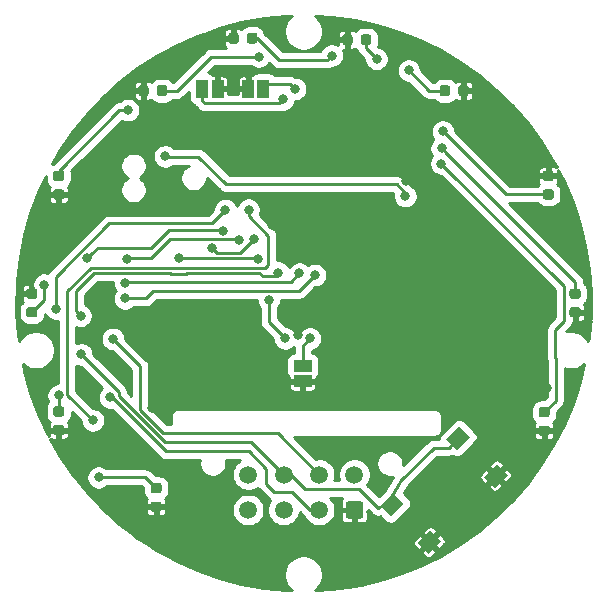
<source format=gbr>
%TF.GenerationSoftware,KiCad,Pcbnew,(5.1.10)-1*%
%TF.CreationDate,2022-02-14T20:34:47-05:00*%
%TF.ProjectId,CAN_Gauge,43414e5f-4761-4756-9765-2e6b69636164,rev?*%
%TF.SameCoordinates,Original*%
%TF.FileFunction,Copper,L2,Bot*%
%TF.FilePolarity,Positive*%
%FSLAX46Y46*%
G04 Gerber Fmt 4.6, Leading zero omitted, Abs format (unit mm)*
G04 Created by KiCad (PCBNEW (5.1.10)-1) date 2022-02-14 20:34:47*
%MOMM*%
%LPD*%
G01*
G04 APERTURE LIST*
%TA.AperFunction,SMDPad,CuDef*%
%ADD10R,1.000000X1.500000*%
%TD*%
%TA.AperFunction,SMDPad,CuDef*%
%ADD11C,0.100000*%
%TD*%
%TA.AperFunction,SMDPad,CuDef*%
%ADD12R,1.500000X1.000000*%
%TD*%
%TA.AperFunction,ComponentPad*%
%ADD13C,1.500000*%
%TD*%
%TA.AperFunction,ViaPad*%
%ADD14C,0.800000*%
%TD*%
%TA.AperFunction,ViaPad*%
%ADD15C,1.000000*%
%TD*%
%TA.AperFunction,Conductor*%
%ADD16C,0.250000*%
%TD*%
%TA.AperFunction,Conductor*%
%ADD17C,0.254000*%
%TD*%
%TA.AperFunction,Conductor*%
%ADD18C,0.100000*%
%TD*%
G04 APERTURE END LIST*
D10*
%TO.P,JP3,1*%
%TO.N,/STM/CONFIG_2*%
X124729200Y-76456400D03*
%TO.P,JP3,2*%
%TO.N,GND*%
X126029200Y-76456400D03*
%TD*%
%TO.P,JP2,1*%
%TO.N,/STM/CONFIG_1*%
X129915400Y-76456400D03*
%TO.P,JP2,2*%
%TO.N,GND*%
X128615400Y-76456400D03*
%TD*%
%TA.AperFunction,SMDPad,CuDef*%
D11*
%TO.P,SW1,2*%
%TO.N,GND*%
G36*
X144059829Y-113835713D02*
G01*
X144979068Y-114754952D01*
X143883053Y-115850967D01*
X142963814Y-114931728D01*
X144059829Y-113835713D01*
G37*
%TD.AperFunction*%
%TA.AperFunction,SMDPad,CuDef*%
%TO.P,SW1,1*%
%TO.N,BTN_IN*%
G36*
X140877848Y-110653732D02*
G01*
X141797087Y-111572971D01*
X140701072Y-112668986D01*
X139781833Y-111749747D01*
X140877848Y-110653732D01*
G37*
%TD.AperFunction*%
%TA.AperFunction,SMDPad,CuDef*%
G36*
X146499347Y-105032233D02*
G01*
X147418586Y-105951472D01*
X146322571Y-107047487D01*
X145403332Y-106128248D01*
X146499347Y-105032233D01*
G37*
%TD.AperFunction*%
%TA.AperFunction,SMDPad,CuDef*%
%TO.P,SW1,2*%
%TO.N,GND*%
G36*
X149681328Y-108214214D02*
G01*
X150600567Y-109133453D01*
X149504552Y-110229468D01*
X148585313Y-109310229D01*
X149681328Y-108214214D01*
G37*
%TD.AperFunction*%
%TD*%
D12*
%TO.P,JP1,1*%
%TO.N,/OLED/SA0*%
X133240500Y-99926000D03*
%TO.P,JP1,2*%
%TO.N,GND*%
X133240500Y-101226000D03*
%TD*%
D13*
%TO.P,J2,8*%
%TO.N,CANH*%
X128622000Y-109118000D03*
%TO.P,J2,7*%
%TO.N,BTN_IN*%
X131622000Y-109118000D03*
%TO.P,J2,6*%
%TO.N,SPARE_1*%
X134622000Y-109118000D03*
%TO.P,J2,5*%
%TO.N,12V_IN*%
X137622000Y-109118000D03*
%TO.P,J2,4*%
%TO.N,CANL*%
X128622000Y-112118000D03*
%TO.P,J2,3*%
%TO.N,+3V3*%
X131622000Y-112118000D03*
%TO.P,J2,2*%
%TO.N,SPARE_2*%
X134622000Y-112118000D03*
%TO.P,J2,1*%
%TO.N,GND*%
%TA.AperFunction,ComponentPad*%
G36*
G01*
X138372000Y-111618000D02*
X138372000Y-112618000D01*
G75*
G02*
X138122000Y-112868000I-250000J0D01*
G01*
X137122000Y-112868000D01*
G75*
G02*
X136872000Y-112618000I0J250000D01*
G01*
X136872000Y-111618000D01*
G75*
G02*
X137122000Y-111368000I250000J0D01*
G01*
X138122000Y-111368000D01*
G75*
G02*
X138372000Y-111618000I0J-250000D01*
G01*
G37*
%TD.AperFunction*%
%TD*%
%TO.P,D11,2*%
%TO.N,Net-(D11-Pad2)*%
%TA.AperFunction,SMDPad,CuDef*%
G36*
G01*
X112835479Y-104216158D02*
X112322979Y-104216158D01*
G75*
G02*
X112104229Y-103997408I0J218750D01*
G01*
X112104229Y-103559908D01*
G75*
G02*
X112322979Y-103341158I218750J0D01*
G01*
X112835479Y-103341158D01*
G75*
G02*
X113054229Y-103559908I0J-218750D01*
G01*
X113054229Y-103997408D01*
G75*
G02*
X112835479Y-104216158I-218750J0D01*
G01*
G37*
%TD.AperFunction*%
%TO.P,D11,1*%
%TO.N,GND*%
%TA.AperFunction,SMDPad,CuDef*%
G36*
G01*
X112835479Y-105791158D02*
X112322979Y-105791158D01*
G75*
G02*
X112104229Y-105572408I0J218750D01*
G01*
X112104229Y-105134908D01*
G75*
G02*
X112322979Y-104916158I218750J0D01*
G01*
X112835479Y-104916158D01*
G75*
G02*
X113054229Y-105134908I0J-218750D01*
G01*
X113054229Y-105572408D01*
G75*
G02*
X112835479Y-105791158I-218750J0D01*
G01*
G37*
%TD.AperFunction*%
%TD*%
%TO.P,D9,2*%
%TO.N,Net-(D9-Pad2)*%
%TA.AperFunction,SMDPad,CuDef*%
G36*
G01*
X110047750Y-94942000D02*
X110560250Y-94942000D01*
G75*
G02*
X110779000Y-95160750I0J-218750D01*
G01*
X110779000Y-95598250D01*
G75*
G02*
X110560250Y-95817000I-218750J0D01*
G01*
X110047750Y-95817000D01*
G75*
G02*
X109829000Y-95598250I0J218750D01*
G01*
X109829000Y-95160750D01*
G75*
G02*
X110047750Y-94942000I218750J0D01*
G01*
G37*
%TD.AperFunction*%
%TO.P,D9,1*%
%TO.N,GND*%
%TA.AperFunction,SMDPad,CuDef*%
G36*
G01*
X110047750Y-93367000D02*
X110560250Y-93367000D01*
G75*
G02*
X110779000Y-93585750I0J-218750D01*
G01*
X110779000Y-94023250D01*
G75*
G02*
X110560250Y-94242000I-218750J0D01*
G01*
X110047750Y-94242000D01*
G75*
G02*
X109829000Y-94023250I0J218750D01*
G01*
X109829000Y-93585750D01*
G75*
G02*
X110047750Y-93367000I218750J0D01*
G01*
G37*
%TD.AperFunction*%
%TD*%
%TO.P,D8,2*%
%TO.N,Net-(D8-Pad2)*%
%TA.AperFunction,SMDPad,CuDef*%
G36*
G01*
X112835479Y-84267842D02*
X112322979Y-84267842D01*
G75*
G02*
X112104229Y-84049092I0J218750D01*
G01*
X112104229Y-83611592D01*
G75*
G02*
X112322979Y-83392842I218750J0D01*
G01*
X112835479Y-83392842D01*
G75*
G02*
X113054229Y-83611592I0J-218750D01*
G01*
X113054229Y-84049092D01*
G75*
G02*
X112835479Y-84267842I-218750J0D01*
G01*
G37*
%TD.AperFunction*%
%TO.P,D8,1*%
%TO.N,GND*%
%TA.AperFunction,SMDPad,CuDef*%
G36*
G01*
X112835479Y-85842842D02*
X112322979Y-85842842D01*
G75*
G02*
X112104229Y-85624092I0J218750D01*
G01*
X112104229Y-85186592D01*
G75*
G02*
X112322979Y-84967842I218750J0D01*
G01*
X112835479Y-84967842D01*
G75*
G02*
X113054229Y-85186592I0J-218750D01*
G01*
X113054229Y-85624092D01*
G75*
G02*
X112835479Y-85842842I-218750J0D01*
G01*
G37*
%TD.AperFunction*%
%TD*%
%TO.P,D3,2*%
%TO.N,Net-(D3-Pad2)*%
%TA.AperFunction,SMDPad,CuDef*%
G36*
G01*
X153772521Y-84967842D02*
X154285021Y-84967842D01*
G75*
G02*
X154503771Y-85186592I0J-218750D01*
G01*
X154503771Y-85624092D01*
G75*
G02*
X154285021Y-85842842I-218750J0D01*
G01*
X153772521Y-85842842D01*
G75*
G02*
X153553771Y-85624092I0J218750D01*
G01*
X153553771Y-85186592D01*
G75*
G02*
X153772521Y-84967842I218750J0D01*
G01*
G37*
%TD.AperFunction*%
%TO.P,D3,1*%
%TO.N,GND*%
%TA.AperFunction,SMDPad,CuDef*%
G36*
G01*
X153772521Y-83392842D02*
X154285021Y-83392842D01*
G75*
G02*
X154503771Y-83611592I0J-218750D01*
G01*
X154503771Y-84049092D01*
G75*
G02*
X154285021Y-84267842I-218750J0D01*
G01*
X153772521Y-84267842D01*
G75*
G02*
X153553771Y-84049092I0J218750D01*
G01*
X153553771Y-83611592D01*
G75*
G02*
X153772521Y-83392842I218750J0D01*
G01*
G37*
%TD.AperFunction*%
%TD*%
%TO.P,D1,2*%
%TO.N,Net-(D1-Pad2)*%
%TA.AperFunction,SMDPad,CuDef*%
G36*
G01*
X153943750Y-104275000D02*
X153431250Y-104275000D01*
G75*
G02*
X153212500Y-104056250I0J218750D01*
G01*
X153212500Y-103618750D01*
G75*
G02*
X153431250Y-103400000I218750J0D01*
G01*
X153943750Y-103400000D01*
G75*
G02*
X154162500Y-103618750I0J-218750D01*
G01*
X154162500Y-104056250D01*
G75*
G02*
X153943750Y-104275000I-218750J0D01*
G01*
G37*
%TD.AperFunction*%
%TO.P,D1,1*%
%TO.N,GND*%
%TA.AperFunction,SMDPad,CuDef*%
G36*
G01*
X153943750Y-105850000D02*
X153431250Y-105850000D01*
G75*
G02*
X153212500Y-105631250I0J218750D01*
G01*
X153212500Y-105193750D01*
G75*
G02*
X153431250Y-104975000I218750J0D01*
G01*
X153943750Y-104975000D01*
G75*
G02*
X154162500Y-105193750I0J-218750D01*
G01*
X154162500Y-105631250D01*
G75*
G02*
X153943750Y-105850000I-218750J0D01*
G01*
G37*
%TD.AperFunction*%
%TD*%
%TO.P,D10,2*%
%TO.N,Net-(D10-Pad2)*%
%TA.AperFunction,SMDPad,CuDef*%
G36*
G01*
X121088850Y-110701200D02*
X120576350Y-110701200D01*
G75*
G02*
X120357600Y-110482450I0J218750D01*
G01*
X120357600Y-110044950D01*
G75*
G02*
X120576350Y-109826200I218750J0D01*
G01*
X121088850Y-109826200D01*
G75*
G02*
X121307600Y-110044950I0J-218750D01*
G01*
X121307600Y-110482450D01*
G75*
G02*
X121088850Y-110701200I-218750J0D01*
G01*
G37*
%TD.AperFunction*%
%TO.P,D10,1*%
%TO.N,GND*%
%TA.AperFunction,SMDPad,CuDef*%
G36*
G01*
X121088850Y-112276200D02*
X120576350Y-112276200D01*
G75*
G02*
X120357600Y-112057450I0J218750D01*
G01*
X120357600Y-111619950D01*
G75*
G02*
X120576350Y-111401200I218750J0D01*
G01*
X121088850Y-111401200D01*
G75*
G02*
X121307600Y-111619950I0J-218750D01*
G01*
X121307600Y-112057450D01*
G75*
G02*
X121088850Y-112276200I-218750J0D01*
G01*
G37*
%TD.AperFunction*%
%TD*%
%TO.P,D7,2*%
%TO.N,Net-(D7-Pad2)*%
%TA.AperFunction,SMDPad,CuDef*%
G36*
G01*
X120890500Y-76873280D02*
X120890500Y-76360780D01*
G75*
G02*
X121109250Y-76142030I218750J0D01*
G01*
X121546750Y-76142030D01*
G75*
G02*
X121765500Y-76360780I0J-218750D01*
G01*
X121765500Y-76873280D01*
G75*
G02*
X121546750Y-77092030I-218750J0D01*
G01*
X121109250Y-77092030D01*
G75*
G02*
X120890500Y-76873280I0J218750D01*
G01*
G37*
%TD.AperFunction*%
%TO.P,D7,1*%
%TO.N,GND*%
%TA.AperFunction,SMDPad,CuDef*%
G36*
G01*
X119315500Y-76873280D02*
X119315500Y-76360780D01*
G75*
G02*
X119534250Y-76142030I218750J0D01*
G01*
X119971750Y-76142030D01*
G75*
G02*
X120190500Y-76360780I0J-218750D01*
G01*
X120190500Y-76873280D01*
G75*
G02*
X119971750Y-77092030I-218750J0D01*
G01*
X119534250Y-77092030D01*
G75*
G02*
X119315500Y-76873280I0J218750D01*
G01*
G37*
%TD.AperFunction*%
%TD*%
%TO.P,D6,1*%
%TO.N,GND*%
%TA.AperFunction,SMDPad,CuDef*%
G36*
G01*
X126944248Y-72428743D02*
X126944248Y-71916243D01*
G75*
G02*
X127162998Y-71697493I218750J0D01*
G01*
X127600498Y-71697493D01*
G75*
G02*
X127819248Y-71916243I0J-218750D01*
G01*
X127819248Y-72428743D01*
G75*
G02*
X127600498Y-72647493I-218750J0D01*
G01*
X127162998Y-72647493D01*
G75*
G02*
X126944248Y-72428743I0J218750D01*
G01*
G37*
%TD.AperFunction*%
%TO.P,D6,2*%
%TO.N,Net-(D6-Pad2)*%
%TA.AperFunction,SMDPad,CuDef*%
G36*
G01*
X128519248Y-72428743D02*
X128519248Y-71916243D01*
G75*
G02*
X128737998Y-71697493I218750J0D01*
G01*
X129175498Y-71697493D01*
G75*
G02*
X129394248Y-71916243I0J-218750D01*
G01*
X129394248Y-72428743D01*
G75*
G02*
X129175498Y-72647493I-218750J0D01*
G01*
X128737998Y-72647493D01*
G75*
G02*
X128519248Y-72428743I0J218750D01*
G01*
G37*
%TD.AperFunction*%
%TD*%
%TO.P,D4,2*%
%TO.N,Net-(D4-Pad2)*%
%TA.AperFunction,SMDPad,CuDef*%
G36*
G01*
X145717500Y-76365250D02*
X145717500Y-76877750D01*
G75*
G02*
X145498750Y-77096500I-218750J0D01*
G01*
X145061250Y-77096500D01*
G75*
G02*
X144842500Y-76877750I0J218750D01*
G01*
X144842500Y-76365250D01*
G75*
G02*
X145061250Y-76146500I218750J0D01*
G01*
X145498750Y-76146500D01*
G75*
G02*
X145717500Y-76365250I0J-218750D01*
G01*
G37*
%TD.AperFunction*%
%TO.P,D4,1*%
%TO.N,GND*%
%TA.AperFunction,SMDPad,CuDef*%
G36*
G01*
X147292500Y-76365250D02*
X147292500Y-76877750D01*
G75*
G02*
X147073750Y-77096500I-218750J0D01*
G01*
X146636250Y-77096500D01*
G75*
G02*
X146417500Y-76877750I0J218750D01*
G01*
X146417500Y-76365250D01*
G75*
G02*
X146636250Y-76146500I218750J0D01*
G01*
X147073750Y-76146500D01*
G75*
G02*
X147292500Y-76365250I0J-218750D01*
G01*
G37*
%TD.AperFunction*%
%TD*%
%TO.P,D5,2*%
%TO.N,Net-(D5-Pad2)*%
%TA.AperFunction,SMDPad,CuDef*%
G36*
G01*
X138162500Y-72559750D02*
X138162500Y-72047250D01*
G75*
G02*
X138381250Y-71828500I218750J0D01*
G01*
X138818750Y-71828500D01*
G75*
G02*
X139037500Y-72047250I0J-218750D01*
G01*
X139037500Y-72559750D01*
G75*
G02*
X138818750Y-72778500I-218750J0D01*
G01*
X138381250Y-72778500D01*
G75*
G02*
X138162500Y-72559750I0J218750D01*
G01*
G37*
%TD.AperFunction*%
%TO.P,D5,1*%
%TO.N,GND*%
%TA.AperFunction,SMDPad,CuDef*%
G36*
G01*
X136587500Y-72559750D02*
X136587500Y-72047250D01*
G75*
G02*
X136806250Y-71828500I218750J0D01*
G01*
X137243750Y-71828500D01*
G75*
G02*
X137462500Y-72047250I0J-218750D01*
G01*
X137462500Y-72559750D01*
G75*
G02*
X137243750Y-72778500I-218750J0D01*
G01*
X136806250Y-72778500D01*
G75*
G02*
X136587500Y-72559750I0J218750D01*
G01*
G37*
%TD.AperFunction*%
%TD*%
%TO.P,D2,2*%
%TO.N,Net-(D2-Pad2)*%
%TA.AperFunction,SMDPad,CuDef*%
G36*
G01*
X156560250Y-94242000D02*
X156047750Y-94242000D01*
G75*
G02*
X155829000Y-94023250I0J218750D01*
G01*
X155829000Y-93585750D01*
G75*
G02*
X156047750Y-93367000I218750J0D01*
G01*
X156560250Y-93367000D01*
G75*
G02*
X156779000Y-93585750I0J-218750D01*
G01*
X156779000Y-94023250D01*
G75*
G02*
X156560250Y-94242000I-218750J0D01*
G01*
G37*
%TD.AperFunction*%
%TO.P,D2,1*%
%TO.N,GND*%
%TA.AperFunction,SMDPad,CuDef*%
G36*
G01*
X156560250Y-95817000D02*
X156047750Y-95817000D01*
G75*
G02*
X155829000Y-95598250I0J218750D01*
G01*
X155829000Y-95160750D01*
G75*
G02*
X156047750Y-94942000I218750J0D01*
G01*
X156560250Y-94942000D01*
G75*
G02*
X156779000Y-95160750I0J-218750D01*
G01*
X156779000Y-95598250D01*
G75*
G02*
X156560250Y-95817000I-218750J0D01*
G01*
G37*
%TD.AperFunction*%
%TD*%
D14*
%TO.N,GND*%
X142028900Y-84279600D03*
X157383200Y-96166800D03*
X122915400Y-116131200D03*
X136225000Y-95277800D03*
X125176000Y-95125400D03*
X154284400Y-95481000D03*
X120477000Y-103507400D03*
X144746700Y-85473400D03*
X122540740Y-110879740D03*
X145902400Y-97233600D03*
X138384000Y-118188600D03*
X142778200Y-116791600D03*
X148823400Y-112422800D03*
X153166800Y-107698400D03*
X153255700Y-99646600D03*
X153928800Y-101754800D03*
X123785350Y-98027350D03*
X132872200Y-97335200D03*
X138955496Y-90743900D03*
X142562300Y-90896300D03*
D15*
X146994600Y-87492700D03*
D14*
X128957275Y-80015518D03*
X120197600Y-82209496D03*
X115142981Y-94211019D03*
X117873508Y-100307000D03*
X137202900Y-97805100D03*
X135565153Y-98037113D03*
X138955500Y-97944800D03*
X143654000Y-97957000D03*
X130668474Y-88019474D03*
X133431000Y-78882100D03*
X123563100Y-80837900D03*
%TO.N,Net-(D2-Pad2)*%
X145000702Y-81511000D03*
%TO.N,Net-(D4-Pad2)*%
X142219400Y-74894300D03*
%TO.N,Net-(D6-Pad2)*%
X135704300Y-73649700D03*
%TO.N,Net-(D7-Pad2)*%
X129532100Y-73725900D03*
%TO.N,Net-(D3-Pad2)*%
X145101499Y-80063200D03*
%TO.N,Net-(D5-Pad2)*%
X139501600Y-73929106D03*
%TO.N,Net-(D10-Pad2)*%
X115955800Y-109362100D03*
%TO.N,Net-(D1-Pad2)*%
X144975294Y-82793700D03*
%TO.N,Net-(D8-Pad2)*%
X118445000Y-78259800D03*
%TO.N,Net-(D9-Pad2)*%
X111371100Y-93029900D03*
%TO.N,Net-(D11-Pad2)*%
X112577600Y-102415200D03*
%TO.N,/OLED/SA0*%
X133853991Y-97598009D03*
%TO.N,SWCLK*%
X129494000Y-90845500D03*
X122737600Y-90782000D03*
%TO.N,NRST*%
X141927300Y-85549600D03*
X121594600Y-82171400D03*
%TO.N,SWDIO*%
X125557000Y-89919510D03*
X129100302Y-89169100D03*
%TO.N,BTN_IN*%
X114482600Y-98935400D03*
%TO.N,SPARE_1*%
X117175000Y-97640000D03*
%TO.N,SPARE_2*%
X116923000Y-102591000D03*
%TO.N,USER_INPUT*%
X114431800Y-95684200D03*
X131170400Y-92013900D03*
%TO.N,SPARE_2_IN*%
X118191000Y-94211000D03*
X134269200Y-92229800D03*
%TO.N,SPARE_1_IN*%
X118191000Y-92867011D03*
X132961100Y-92090100D03*
%TO.N,I2C1_SCL*%
X131754000Y-97588600D03*
X130383000Y-94301010D03*
%TO.N,LED9*%
X126700000Y-86718000D03*
X112349000Y-95061904D03*
%TO.N,LED10*%
X115473200Y-104523400D03*
X128663905Y-86683610D03*
%TO.N,CAN_TX*%
X118367376Y-90869790D03*
X127807535Y-89293747D03*
%TO.N,CAN_RX*%
X115016000Y-90782000D03*
X126522200Y-88457900D03*
%TO.N,/STM/CONFIG_1*%
X132592800Y-76469100D03*
%TO.N,/STM/CONFIG_2*%
X131589498Y-77358100D03*
%TD*%
D16*
%TO.N,Net-(D2-Pad2)*%
X156316400Y-93855400D02*
X156316400Y-92826698D01*
X145400701Y-81910999D02*
X145000702Y-81511000D01*
X156316400Y-92826698D02*
X145400701Y-81910999D01*
D17*
%TO.N,Net-(D4-Pad2)*%
X145280000Y-76621500D02*
X143946600Y-76621500D01*
X143946600Y-76621500D02*
X142219400Y-74894300D01*
D16*
%TO.N,Net-(D6-Pad2)*%
X128956748Y-72172493D02*
X129394248Y-72172493D01*
X129394248Y-72172493D02*
X131271454Y-74049699D01*
X131271454Y-74049699D02*
X135304301Y-74049699D01*
X135304301Y-74049699D02*
X135704300Y-73649700D01*
%TO.N,Net-(D7-Pad2)*%
X125495521Y-73725900D02*
X129532100Y-73725900D01*
X122604391Y-76617030D02*
X125495521Y-73725900D01*
X121328000Y-76617030D02*
X122604391Y-76617030D01*
%TO.N,Net-(D3-Pad2)*%
X154028771Y-85405342D02*
X150443641Y-85405342D01*
X150443641Y-85405342D02*
X145101499Y-80063200D01*
%TO.N,Net-(D5-Pad2)*%
X138600000Y-72303500D02*
X138600000Y-73027506D01*
X138600000Y-73027506D02*
X139501600Y-73929106D01*
%TO.N,Net-(D10-Pad2)*%
X120845300Y-110289200D02*
X119918200Y-109362100D01*
X119918200Y-109362100D02*
X115955800Y-109362100D01*
%TO.N,Net-(D1-Pad2)*%
X154653801Y-99246133D02*
X154629577Y-99221909D01*
X155339601Y-96133801D02*
X155339601Y-93158007D01*
X153687500Y-103837500D02*
X154653801Y-102871199D01*
X154653801Y-102871199D02*
X154653801Y-99246133D01*
X154629577Y-99221909D02*
X154629577Y-96843825D01*
X154629577Y-96843825D02*
X155339601Y-96133801D01*
X155339601Y-93158007D02*
X144975294Y-82793700D01*
%TO.N,Net-(D8-Pad2)*%
X117712271Y-78259800D02*
X118445000Y-78259800D01*
X112579229Y-83830342D02*
X112579229Y-83392842D01*
X112579229Y-83392842D02*
X117712271Y-78259800D01*
D17*
%TO.N,Net-(D9-Pad2)*%
X111333000Y-92737800D02*
X111333000Y-92737800D01*
X111371100Y-94312400D02*
X111371100Y-93029900D01*
X110304000Y-95379500D02*
X111371100Y-94312400D01*
D16*
%TO.N,Net-(D11-Pad2)*%
X112665571Y-103865000D02*
X112579229Y-103778658D01*
X112579229Y-102416829D02*
X112577600Y-102415200D01*
X112579229Y-103778658D02*
X112579229Y-102416829D01*
%TO.N,/OLED/SA0*%
X133240500Y-99926000D02*
X133240500Y-98211500D01*
X133240500Y-98211500D02*
X133853991Y-97598009D01*
%TO.N,SWCLK*%
X123303285Y-90782000D02*
X122737600Y-90782000D01*
X129240000Y-90782000D02*
X123303285Y-90782000D01*
X129367000Y-90655000D02*
X129240000Y-90782000D01*
D17*
%TO.N,NRST*%
X126763500Y-84546300D02*
X124414002Y-82196802D01*
X141227628Y-84546300D02*
X126763500Y-84546300D01*
X141927300Y-85245972D02*
X141227628Y-84546300D01*
X141927300Y-85549600D02*
X141927300Y-85245972D01*
D16*
X121620002Y-82196802D02*
X121594600Y-82171400D01*
X124414002Y-82196802D02*
X121620002Y-82196802D01*
%TO.N,SWDIO*%
X125557000Y-89893000D02*
X125557000Y-89893000D01*
X127949893Y-90319509D02*
X129100302Y-89169100D01*
X125956999Y-90319509D02*
X127949893Y-90319509D01*
X125557000Y-89919510D02*
X125956999Y-90319509D01*
%TO.N,BTN_IN*%
X145623000Y-106834800D02*
X146486600Y-105971200D01*
X144340721Y-106834800D02*
X145623000Y-106834800D01*
X140492200Y-111457600D02*
X141584955Y-109577445D01*
X139614924Y-111926524D02*
X140492200Y-111457600D01*
X141584955Y-109577445D02*
X144327045Y-106835355D01*
X138028400Y-110340000D02*
X139614924Y-111926524D01*
X133456400Y-110340000D02*
X138028400Y-110340000D01*
X132234400Y-109118000D02*
X133456400Y-110340000D01*
X131622000Y-109118000D02*
X132234400Y-109118000D01*
X117648001Y-102100801D02*
X114482600Y-98935400D01*
X117648001Y-102480391D02*
X117648001Y-102100801D01*
X121545210Y-106377600D02*
X117648001Y-102480391D01*
X128881600Y-106377600D02*
X121545210Y-106377600D01*
X131622000Y-109118000D02*
X128881600Y-106377600D01*
%TO.N,SPARE_1*%
X131139010Y-105635010D02*
X134622000Y-109118000D01*
X121439030Y-105635010D02*
X131139010Y-105635010D01*
X119486400Y-103682380D02*
X121439030Y-105635010D01*
X119486400Y-99951400D02*
X119486400Y-103682380D01*
X117175000Y-97640000D02*
X119486400Y-99951400D01*
%TO.N,SPARE_2*%
X133862800Y-112118000D02*
X134622000Y-112118000D01*
X132338800Y-110594000D02*
X133862800Y-112118000D01*
X130827500Y-110594000D02*
X132338800Y-110594000D01*
X130129000Y-109895500D02*
X130827500Y-110594000D01*
X128668500Y-107165000D02*
X130129000Y-108625500D01*
X121696200Y-107165000D02*
X128668500Y-107165000D01*
X116923000Y-102591000D02*
X117122200Y-102591000D01*
X130129000Y-108625500D02*
X130129000Y-109895500D01*
X117122200Y-102591000D02*
X121696200Y-107165000D01*
%TO.N,USER_INPUT*%
X129563998Y-92052000D02*
X123431013Y-92052000D01*
X129844499Y-92332501D02*
X129563998Y-92052000D01*
X121993387Y-92052000D02*
X115574800Y-92052000D01*
X115574800Y-92052000D02*
X114031801Y-93594999D01*
X114031801Y-93594999D02*
X114031801Y-95284201D01*
X122050799Y-92109412D02*
X121993387Y-92052000D01*
X114031801Y-95284201D02*
X114431800Y-95684200D01*
X131145000Y-92052000D02*
X130864499Y-92332501D01*
X130864499Y-92332501D02*
X129844499Y-92332501D01*
X123373601Y-92109412D02*
X122050799Y-92109412D01*
X123431013Y-92052000D02*
X123373601Y-92109412D01*
%TO.N,SPARE_2_IN*%
X119969000Y-94185600D02*
X120578600Y-93576000D01*
X118216400Y-94185600D02*
X119969000Y-94185600D01*
X118191000Y-94211000D02*
X118216400Y-94185600D01*
X120578600Y-93576000D02*
X132732494Y-93576000D01*
D17*
X132732494Y-93576000D02*
X132923000Y-93576000D01*
X132923000Y-93576000D02*
X134269200Y-92229800D01*
X134269200Y-92229800D02*
X134269200Y-92229800D01*
D16*
%TO.N,SPARE_1_IN*%
X131970500Y-92814000D02*
X131769935Y-92814000D01*
X131970500Y-92814000D02*
X118244011Y-92814000D01*
X118244011Y-92814000D02*
X118191000Y-92867011D01*
D17*
X131970500Y-92814000D02*
X132237200Y-92814000D01*
X132237200Y-92814000D02*
X132961100Y-92090100D01*
X132961100Y-92090100D02*
X132961100Y-92090100D01*
D16*
%TO.N,I2C1_SCL*%
X130383000Y-96217600D02*
X130383000Y-94301010D01*
X131754000Y-97588600D02*
X130383000Y-96217600D01*
%TO.N,LED9*%
X125557000Y-87861000D02*
X116863998Y-87861000D01*
X126700000Y-86718000D02*
X125557000Y-87861000D01*
X116863998Y-87861000D02*
X112504649Y-92220349D01*
D17*
X112504649Y-92220349D02*
X112349000Y-92375998D01*
X112349000Y-92375998D02*
X112349000Y-95061904D01*
D16*
%TO.N,LED10*%
X123251802Y-91594800D02*
X123187201Y-91659401D01*
X113314200Y-102364400D02*
X115473200Y-104523400D01*
X115320800Y-91594800D02*
X113314200Y-93601400D01*
X122172598Y-91594800D02*
X115320800Y-91594800D01*
X130129000Y-91544000D02*
X130078200Y-91594800D01*
X130078200Y-91594800D02*
X123251802Y-91594800D01*
X113314200Y-93601400D02*
X113314200Y-102364400D01*
X122237199Y-91659401D02*
X122172598Y-91594800D01*
X123187201Y-91659401D02*
X122237199Y-91659401D01*
D17*
X130129000Y-91544000D02*
X130319500Y-91353500D01*
X128663905Y-87249295D02*
X128663905Y-86683610D01*
X130319500Y-91353500D02*
X130319500Y-88904890D01*
X130319500Y-88904890D02*
X128663905Y-87249295D01*
D16*
%TO.N,CAN_TX*%
X118429766Y-90807400D02*
X118367376Y-90869790D01*
X120407004Y-90807400D02*
X118429766Y-90807400D01*
X122019904Y-89194500D02*
X120407004Y-90807400D01*
X127525500Y-89194500D02*
X122019904Y-89194500D01*
%TO.N,CAN_RX*%
X115016000Y-90782000D02*
X115016000Y-90782000D01*
X115879600Y-89918400D02*
X115415999Y-90382001D01*
X120397395Y-89918400D02*
X115879600Y-89918400D01*
X121888805Y-88426990D02*
X120397395Y-89918400D01*
X115415999Y-90382001D02*
X115016000Y-90782000D01*
X126642010Y-88426990D02*
X121888805Y-88426990D01*
X126700000Y-88369000D02*
X126611100Y-88369000D01*
X126611100Y-88369000D02*
X126522200Y-88457900D01*
D17*
%TO.N,/STM/CONFIG_1*%
X132192801Y-76069101D02*
X132592800Y-76469100D01*
X130302699Y-76069101D02*
X132192801Y-76069101D01*
X129915400Y-76456400D02*
X130302699Y-76069101D01*
%TO.N,/STM/CONFIG_2*%
X131259298Y-77688300D02*
X131589498Y-77358100D01*
X124729200Y-77460400D02*
X124957100Y-77688300D01*
X124957100Y-77688300D02*
X131259298Y-77688300D01*
X124729200Y-76456400D02*
X124729200Y-77460400D01*
%TD*%
%TO.N,GND*%
X132261748Y-70322013D02*
X132034013Y-70549748D01*
X131855082Y-70817537D01*
X131731832Y-71115088D01*
X131669000Y-71430967D01*
X131669000Y-71753033D01*
X131731832Y-72068912D01*
X131855082Y-72366463D01*
X132034013Y-72634252D01*
X132261748Y-72861987D01*
X132529537Y-73040918D01*
X132827088Y-73164168D01*
X133142967Y-73227000D01*
X133465033Y-73227000D01*
X133780912Y-73164168D01*
X134078463Y-73040918D01*
X134346252Y-72861987D01*
X134573987Y-72634252D01*
X134752918Y-72366463D01*
X134876168Y-72068912D01*
X134923988Y-71828500D01*
X136208676Y-71828500D01*
X136210500Y-72086250D01*
X136304750Y-72180500D01*
X136902000Y-72180500D01*
X136902000Y-71545750D01*
X137148000Y-71545750D01*
X137148000Y-72180500D01*
X137168000Y-72180500D01*
X137168000Y-72426500D01*
X137148000Y-72426500D01*
X137148000Y-73061250D01*
X137242250Y-73155500D01*
X137462500Y-73157324D01*
X137536405Y-73150045D01*
X137607470Y-73128488D01*
X137672963Y-73093481D01*
X137698791Y-73072284D01*
X137775385Y-73165615D01*
X137871667Y-73244631D01*
X137894454Y-73319752D01*
X137965026Y-73451782D01*
X138012557Y-73509698D01*
X138060000Y-73567507D01*
X138088998Y-73591305D01*
X138466600Y-73968907D01*
X138466600Y-74031045D01*
X138506374Y-74231004D01*
X138584395Y-74419362D01*
X138697663Y-74588880D01*
X138841826Y-74733043D01*
X139011344Y-74846311D01*
X139199702Y-74924332D01*
X139399661Y-74964106D01*
X139603539Y-74964106D01*
X139803498Y-74924332D01*
X139991856Y-74846311D01*
X140072598Y-74792361D01*
X141184400Y-74792361D01*
X141184400Y-74996239D01*
X141224174Y-75196198D01*
X141302195Y-75384556D01*
X141415463Y-75554074D01*
X141559626Y-75698237D01*
X141729144Y-75811505D01*
X141917502Y-75889526D01*
X142117461Y-75929300D01*
X142176770Y-75929300D01*
X143381316Y-77133846D01*
X143405178Y-77162922D01*
X143459342Y-77207373D01*
X143521207Y-77258145D01*
X143562666Y-77280305D01*
X143653585Y-77328902D01*
X143797222Y-77372474D01*
X143909174Y-77383500D01*
X143909177Y-77383500D01*
X143946600Y-77387186D01*
X143984023Y-77383500D01*
X144373223Y-77383500D01*
X144455385Y-77483615D01*
X144585225Y-77590171D01*
X144733358Y-77669350D01*
X144894092Y-77718108D01*
X145061250Y-77734572D01*
X145498750Y-77734572D01*
X145665908Y-77718108D01*
X145826642Y-77669350D01*
X145974775Y-77590171D01*
X146104615Y-77483615D01*
X146181209Y-77390284D01*
X146207037Y-77411481D01*
X146272530Y-77446488D01*
X146343595Y-77468045D01*
X146417500Y-77475324D01*
X146637750Y-77473500D01*
X146732000Y-77379250D01*
X146732000Y-76744500D01*
X146978000Y-76744500D01*
X146978000Y-77379250D01*
X147072250Y-77473500D01*
X147292500Y-77475324D01*
X147366405Y-77468045D01*
X147437470Y-77446488D01*
X147502963Y-77411481D01*
X147560369Y-77364369D01*
X147607481Y-77306963D01*
X147642488Y-77241470D01*
X147664045Y-77170405D01*
X147671324Y-77096500D01*
X147669500Y-76838750D01*
X147575250Y-76744500D01*
X146978000Y-76744500D01*
X146732000Y-76744500D01*
X146712000Y-76744500D01*
X146712000Y-76498500D01*
X146732000Y-76498500D01*
X146732000Y-75863750D01*
X146978000Y-75863750D01*
X146978000Y-76498500D01*
X147575250Y-76498500D01*
X147669500Y-76404250D01*
X147671324Y-76146500D01*
X147664045Y-76072595D01*
X147642488Y-76001530D01*
X147607481Y-75936037D01*
X147560369Y-75878631D01*
X147502963Y-75831519D01*
X147437470Y-75796512D01*
X147366405Y-75774955D01*
X147292500Y-75767676D01*
X147072250Y-75769500D01*
X146978000Y-75863750D01*
X146732000Y-75863750D01*
X146637750Y-75769500D01*
X146417500Y-75767676D01*
X146343595Y-75774955D01*
X146272530Y-75796512D01*
X146207037Y-75831519D01*
X146181209Y-75852716D01*
X146104615Y-75759385D01*
X145974775Y-75652829D01*
X145826642Y-75573650D01*
X145665908Y-75524892D01*
X145498750Y-75508428D01*
X145061250Y-75508428D01*
X144894092Y-75524892D01*
X144733358Y-75573650D01*
X144585225Y-75652829D01*
X144455385Y-75759385D01*
X144373223Y-75859500D01*
X144262230Y-75859500D01*
X143254400Y-74851670D01*
X143254400Y-74792361D01*
X143214626Y-74592402D01*
X143136605Y-74404044D01*
X143023337Y-74234526D01*
X142879174Y-74090363D01*
X142709656Y-73977095D01*
X142521298Y-73899074D01*
X142321339Y-73859300D01*
X142117461Y-73859300D01*
X141917502Y-73899074D01*
X141729144Y-73977095D01*
X141559626Y-74090363D01*
X141415463Y-74234526D01*
X141302195Y-74404044D01*
X141224174Y-74592402D01*
X141184400Y-74792361D01*
X140072598Y-74792361D01*
X140161374Y-74733043D01*
X140305537Y-74588880D01*
X140418805Y-74419362D01*
X140496826Y-74231004D01*
X140536600Y-74031045D01*
X140536600Y-73827167D01*
X140496826Y-73627208D01*
X140418805Y-73438850D01*
X140305537Y-73269332D01*
X140161374Y-73125169D01*
X139991856Y-73011901D01*
X139803498Y-72933880D01*
X139606572Y-72894709D01*
X139610350Y-72887642D01*
X139659108Y-72726908D01*
X139675572Y-72559750D01*
X139675572Y-72047250D01*
X139659108Y-71880092D01*
X139610350Y-71719358D01*
X139531171Y-71571225D01*
X139424615Y-71441385D01*
X139294775Y-71334829D01*
X139146642Y-71255650D01*
X138985908Y-71206892D01*
X138818750Y-71190428D01*
X138381250Y-71190428D01*
X138214092Y-71206892D01*
X138053358Y-71255650D01*
X137905225Y-71334829D01*
X137775385Y-71441385D01*
X137698791Y-71534716D01*
X137672963Y-71513519D01*
X137607470Y-71478512D01*
X137536405Y-71456955D01*
X137462500Y-71449676D01*
X137242250Y-71451500D01*
X137148000Y-71545750D01*
X136902000Y-71545750D01*
X136807750Y-71451500D01*
X136587500Y-71449676D01*
X136513595Y-71456955D01*
X136442530Y-71478512D01*
X136377037Y-71513519D01*
X136319631Y-71560631D01*
X136272519Y-71618037D01*
X136237512Y-71683530D01*
X136215955Y-71754595D01*
X136208676Y-71828500D01*
X134923988Y-71828500D01*
X134939000Y-71753033D01*
X134939000Y-71430967D01*
X134876168Y-71115088D01*
X134752918Y-70817537D01*
X134573987Y-70549748D01*
X134346252Y-70322013D01*
X134293893Y-70287028D01*
X135719837Y-70372187D01*
X137636469Y-70640689D01*
X139525709Y-71060618D01*
X141375613Y-71629320D01*
X143174486Y-72343200D01*
X144910955Y-73197744D01*
X146574041Y-74187549D01*
X148153229Y-75306358D01*
X149638536Y-76547097D01*
X151020570Y-77901921D01*
X152290595Y-79362265D01*
X153440580Y-80918897D01*
X154463255Y-82561975D01*
X154741622Y-83100338D01*
X154714234Y-83077861D01*
X154648741Y-83042854D01*
X154577676Y-83021297D01*
X154503771Y-83014018D01*
X154246021Y-83015842D01*
X154151771Y-83110092D01*
X154151771Y-83707342D01*
X154786521Y-83707342D01*
X154880771Y-83613092D01*
X154882595Y-83392842D01*
X154880178Y-83368306D01*
X155352155Y-84281110D01*
X156101659Y-86065434D01*
X156707029Y-87903666D01*
X157164438Y-89784183D01*
X157470993Y-91695097D01*
X157624757Y-93624326D01*
X157624757Y-95559674D01*
X157470993Y-97488903D01*
X157414852Y-97838860D01*
X157403496Y-97811445D01*
X157224565Y-97543656D01*
X156996830Y-97315921D01*
X156729041Y-97136990D01*
X156431490Y-97013740D01*
X156115611Y-96950908D01*
X155793545Y-96950908D01*
X155548566Y-96999637D01*
X155850605Y-96697599D01*
X155879602Y-96673802D01*
X155974575Y-96558077D01*
X156045147Y-96426048D01*
X156088604Y-96282787D01*
X156098507Y-96182243D01*
X156181000Y-96099750D01*
X156181000Y-95502500D01*
X156427000Y-95502500D01*
X156427000Y-96099750D01*
X156521250Y-96194000D01*
X156779000Y-96195824D01*
X156852905Y-96188545D01*
X156923970Y-96166988D01*
X156989463Y-96131981D01*
X157046869Y-96084869D01*
X157093981Y-96027463D01*
X157128988Y-95961970D01*
X157150545Y-95890905D01*
X157157824Y-95817000D01*
X157156000Y-95596750D01*
X157061750Y-95502500D01*
X156427000Y-95502500D01*
X156181000Y-95502500D01*
X156161000Y-95502500D01*
X156161000Y-95256500D01*
X156181000Y-95256500D01*
X156181000Y-95236500D01*
X156427000Y-95236500D01*
X156427000Y-95256500D01*
X157061750Y-95256500D01*
X157156000Y-95162250D01*
X157157824Y-94942000D01*
X157150545Y-94868095D01*
X157128988Y-94797030D01*
X157093981Y-94731537D01*
X157072784Y-94705709D01*
X157166115Y-94629115D01*
X157272671Y-94499275D01*
X157351850Y-94351142D01*
X157400608Y-94190408D01*
X157417072Y-94023250D01*
X157417072Y-93585750D01*
X157400608Y-93418592D01*
X157351850Y-93257858D01*
X157272671Y-93109725D01*
X157166115Y-92979885D01*
X157076400Y-92906258D01*
X157076400Y-92864031D01*
X157080077Y-92826698D01*
X157065403Y-92677712D01*
X157021946Y-92534451D01*
X156951374Y-92402422D01*
X156903266Y-92343802D01*
X156856401Y-92286697D01*
X156827403Y-92262899D01*
X150729845Y-86165342D01*
X153113628Y-86165342D01*
X153166656Y-86229957D01*
X153296496Y-86336513D01*
X153444629Y-86415692D01*
X153605363Y-86464450D01*
X153772521Y-86480914D01*
X154285021Y-86480914D01*
X154452179Y-86464450D01*
X154612913Y-86415692D01*
X154761046Y-86336513D01*
X154890886Y-86229957D01*
X154997442Y-86100117D01*
X155076621Y-85951984D01*
X155125379Y-85791250D01*
X155141843Y-85624092D01*
X155141843Y-85186592D01*
X155125379Y-85019434D01*
X155076621Y-84858700D01*
X154997442Y-84710567D01*
X154890886Y-84580727D01*
X154797555Y-84504133D01*
X154818752Y-84478305D01*
X154853759Y-84412812D01*
X154875316Y-84341747D01*
X154882595Y-84267842D01*
X154880771Y-84047592D01*
X154786521Y-83953342D01*
X154151771Y-83953342D01*
X154151771Y-83973342D01*
X153905771Y-83973342D01*
X153905771Y-83953342D01*
X153271021Y-83953342D01*
X153176771Y-84047592D01*
X153174947Y-84267842D01*
X153182226Y-84341747D01*
X153203783Y-84412812D01*
X153238790Y-84478305D01*
X153259987Y-84504133D01*
X153166656Y-84580727D01*
X153113628Y-84645342D01*
X150758443Y-84645342D01*
X149505943Y-83392842D01*
X153174947Y-83392842D01*
X153176771Y-83613092D01*
X153271021Y-83707342D01*
X153905771Y-83707342D01*
X153905771Y-83110092D01*
X153811521Y-83015842D01*
X153553771Y-83014018D01*
X153479866Y-83021297D01*
X153408801Y-83042854D01*
X153343308Y-83077861D01*
X153285902Y-83124973D01*
X153238790Y-83182379D01*
X153203783Y-83247872D01*
X153182226Y-83318937D01*
X153174947Y-83392842D01*
X149505943Y-83392842D01*
X146136499Y-80023399D01*
X146136499Y-79961261D01*
X146096725Y-79761302D01*
X146018704Y-79572944D01*
X145905436Y-79403426D01*
X145761273Y-79259263D01*
X145591755Y-79145995D01*
X145403397Y-79067974D01*
X145203438Y-79028200D01*
X144999560Y-79028200D01*
X144799601Y-79067974D01*
X144611243Y-79145995D01*
X144441725Y-79259263D01*
X144297562Y-79403426D01*
X144184294Y-79572944D01*
X144106273Y-79761302D01*
X144066499Y-79961261D01*
X144066499Y-80165139D01*
X144106273Y-80365098D01*
X144184294Y-80553456D01*
X144297562Y-80722974D01*
X144311290Y-80736702D01*
X144196765Y-80851226D01*
X144083497Y-81020744D01*
X144005476Y-81209102D01*
X143965702Y-81409061D01*
X143965702Y-81612939D01*
X144005476Y-81812898D01*
X144083497Y-82001256D01*
X144171829Y-82133454D01*
X144171357Y-82133926D01*
X144058089Y-82303444D01*
X143980068Y-82491802D01*
X143940294Y-82691761D01*
X143940294Y-82895639D01*
X143980068Y-83095598D01*
X144058089Y-83283956D01*
X144171357Y-83453474D01*
X144315520Y-83597637D01*
X144485038Y-83710905D01*
X144673396Y-83788926D01*
X144873355Y-83828700D01*
X144935493Y-83828700D01*
X154579602Y-93472810D01*
X154579601Y-95818999D01*
X154118575Y-96280026D01*
X154089577Y-96303824D01*
X154065779Y-96332822D01*
X154065778Y-96332823D01*
X153994603Y-96419549D01*
X153924031Y-96551579D01*
X153908917Y-96601405D01*
X153884833Y-96680804D01*
X153880575Y-96694840D01*
X153865901Y-96843825D01*
X153869578Y-96881157D01*
X153869577Y-99184586D01*
X153865901Y-99221909D01*
X153869577Y-99259231D01*
X153869577Y-99259241D01*
X153880574Y-99370894D01*
X153893802Y-99414501D01*
X153893801Y-102556397D01*
X153688270Y-102761928D01*
X153431250Y-102761928D01*
X153264092Y-102778392D01*
X153103358Y-102827150D01*
X152955225Y-102906329D01*
X152825385Y-103012885D01*
X152718829Y-103142725D01*
X152639650Y-103290858D01*
X152590892Y-103451592D01*
X152574428Y-103618750D01*
X152574428Y-104056250D01*
X152590892Y-104223408D01*
X152639650Y-104384142D01*
X152718829Y-104532275D01*
X152825385Y-104662115D01*
X152918716Y-104738709D01*
X152897519Y-104764537D01*
X152862512Y-104830030D01*
X152840955Y-104901095D01*
X152833676Y-104975000D01*
X152835500Y-105195250D01*
X152929750Y-105289500D01*
X153564500Y-105289500D01*
X153564500Y-105269500D01*
X153810500Y-105269500D01*
X153810500Y-105289500D01*
X154445250Y-105289500D01*
X154539500Y-105195250D01*
X154541324Y-104975000D01*
X154534045Y-104901095D01*
X154512488Y-104830030D01*
X154477481Y-104764537D01*
X154456284Y-104738709D01*
X154549615Y-104662115D01*
X154656171Y-104532275D01*
X154735350Y-104384142D01*
X154784108Y-104223408D01*
X154800572Y-104056250D01*
X154800572Y-103799230D01*
X155164805Y-103434997D01*
X155193802Y-103411200D01*
X155220133Y-103379116D01*
X155288775Y-103295476D01*
X155359347Y-103163446D01*
X155359347Y-103163445D01*
X155402804Y-103020185D01*
X155413801Y-102908532D01*
X155413801Y-102908522D01*
X155417477Y-102871199D01*
X155413801Y-102833877D01*
X155413801Y-100131622D01*
X155477666Y-100158076D01*
X155793545Y-100220908D01*
X156115611Y-100220908D01*
X156431490Y-100158076D01*
X156729041Y-100034826D01*
X156996830Y-99855895D01*
X157071719Y-99781006D01*
X156707029Y-101280334D01*
X156101659Y-103118566D01*
X155352155Y-104902890D01*
X154463255Y-106622025D01*
X153440580Y-108265103D01*
X152290595Y-109821735D01*
X151020570Y-111282079D01*
X149638536Y-112636903D01*
X148153229Y-113877642D01*
X146574041Y-114996451D01*
X144910955Y-115986256D01*
X143174486Y-116840800D01*
X141375613Y-117554680D01*
X139525709Y-118123382D01*
X137636469Y-118543311D01*
X135719837Y-118811813D01*
X134293893Y-118896972D01*
X134346252Y-118861987D01*
X134573987Y-118634252D01*
X134752918Y-118366463D01*
X134876168Y-118068912D01*
X134939000Y-117753033D01*
X134939000Y-117430967D01*
X134876168Y-117115088D01*
X134752918Y-116817537D01*
X134573987Y-116549748D01*
X134346252Y-116322013D01*
X134078463Y-116143082D01*
X133780912Y-116019832D01*
X133465033Y-115957000D01*
X133142967Y-115957000D01*
X132827088Y-116019832D01*
X132529537Y-116143082D01*
X132261748Y-116322013D01*
X132034013Y-116549748D01*
X131855082Y-116817537D01*
X131731832Y-117115088D01*
X131669000Y-117430967D01*
X131669000Y-117753033D01*
X131731832Y-118068912D01*
X131855082Y-118366463D01*
X132034013Y-118634252D01*
X132261748Y-118861987D01*
X132315508Y-118897908D01*
X131852968Y-118888710D01*
X129927177Y-118696619D01*
X128022736Y-118352131D01*
X126151684Y-117857425D01*
X124325852Y-117215626D01*
X122556783Y-116430794D01*
X121169684Y-115678256D01*
X143310473Y-115678256D01*
X143310473Y-115811546D01*
X143615184Y-116118836D01*
X143672589Y-116165948D01*
X143738083Y-116200955D01*
X143809147Y-116222512D01*
X143883053Y-116229791D01*
X143956958Y-116222512D01*
X144028022Y-116200955D01*
X144093516Y-116165948D01*
X144150922Y-116118836D01*
X144544021Y-115723158D01*
X144544021Y-115589868D01*
X143971441Y-115017288D01*
X143310473Y-115678256D01*
X121169684Y-115678256D01*
X120855660Y-115507890D01*
X119969735Y-114931728D01*
X142584990Y-114931728D01*
X142592269Y-115005634D01*
X142613826Y-115076698D01*
X142648833Y-115142192D01*
X142695945Y-115199597D01*
X143003235Y-115504308D01*
X143136525Y-115504308D01*
X143797493Y-114843340D01*
X144145389Y-114843340D01*
X144717969Y-115415920D01*
X144851259Y-115415920D01*
X145246937Y-115022821D01*
X145294049Y-114965415D01*
X145329056Y-114899921D01*
X145350613Y-114828857D01*
X145357892Y-114754952D01*
X145350613Y-114681046D01*
X145329056Y-114609982D01*
X145294049Y-114544488D01*
X145246937Y-114487083D01*
X144939647Y-114182372D01*
X144806357Y-114182372D01*
X144145389Y-114843340D01*
X143797493Y-114843340D01*
X143224913Y-114270760D01*
X143091623Y-114270760D01*
X142695945Y-114663859D01*
X142648833Y-114721265D01*
X142613826Y-114786759D01*
X142592269Y-114857823D01*
X142584990Y-114931728D01*
X119969735Y-114931728D01*
X119233241Y-114452749D01*
X118597852Y-113963522D01*
X143398861Y-113963522D01*
X143398861Y-114096812D01*
X143971441Y-114669392D01*
X144632409Y-114008424D01*
X144632409Y-113875134D01*
X144327698Y-113567844D01*
X144270293Y-113520732D01*
X144204799Y-113485725D01*
X144133735Y-113464168D01*
X144059829Y-113456889D01*
X143985924Y-113464168D01*
X143914860Y-113485725D01*
X143849366Y-113520732D01*
X143791960Y-113567844D01*
X143398861Y-113963522D01*
X118597852Y-113963522D01*
X117699781Y-113272041D01*
X116599667Y-112276200D01*
X119978776Y-112276200D01*
X119986055Y-112350105D01*
X120007612Y-112421170D01*
X120042619Y-112486663D01*
X120089731Y-112544069D01*
X120147137Y-112591181D01*
X120212630Y-112626188D01*
X120283695Y-112647745D01*
X120357600Y-112655024D01*
X120615350Y-112653200D01*
X120709600Y-112558950D01*
X120709600Y-111961700D01*
X120955600Y-111961700D01*
X120955600Y-112558950D01*
X121049850Y-112653200D01*
X121307600Y-112655024D01*
X121381505Y-112647745D01*
X121452570Y-112626188D01*
X121518063Y-112591181D01*
X121575469Y-112544069D01*
X121622581Y-112486663D01*
X121657588Y-112421170D01*
X121679145Y-112350105D01*
X121686424Y-112276200D01*
X121684600Y-112055950D01*
X121610239Y-111981589D01*
X127237000Y-111981589D01*
X127237000Y-112254411D01*
X127290225Y-112521989D01*
X127394629Y-112774043D01*
X127546201Y-113000886D01*
X127739114Y-113193799D01*
X127965957Y-113345371D01*
X128218011Y-113449775D01*
X128485589Y-113503000D01*
X128758411Y-113503000D01*
X129025989Y-113449775D01*
X129278043Y-113345371D01*
X129504886Y-113193799D01*
X129697799Y-113000886D01*
X129849371Y-112774043D01*
X129953775Y-112521989D01*
X130007000Y-112254411D01*
X130007000Y-111981589D01*
X129953775Y-111714011D01*
X129849371Y-111461957D01*
X129697799Y-111235114D01*
X129504886Y-111042201D01*
X129278043Y-110890629D01*
X129025989Y-110786225D01*
X128758411Y-110733000D01*
X128485589Y-110733000D01*
X128218011Y-110786225D01*
X127965957Y-110890629D01*
X127739114Y-111042201D01*
X127546201Y-111235114D01*
X127394629Y-111461957D01*
X127290225Y-111714011D01*
X127237000Y-111981589D01*
X121610239Y-111981589D01*
X121590350Y-111961700D01*
X120955600Y-111961700D01*
X120709600Y-111961700D01*
X120074850Y-111961700D01*
X119980600Y-112055950D01*
X119978776Y-112276200D01*
X116599667Y-112276200D01*
X116264976Y-111973233D01*
X114937897Y-110564535D01*
X113891619Y-109260161D01*
X114920800Y-109260161D01*
X114920800Y-109464039D01*
X114960574Y-109663998D01*
X115038595Y-109852356D01*
X115151863Y-110021874D01*
X115296026Y-110166037D01*
X115465544Y-110279305D01*
X115653902Y-110357326D01*
X115853861Y-110397100D01*
X116057739Y-110397100D01*
X116257698Y-110357326D01*
X116446056Y-110279305D01*
X116615574Y-110166037D01*
X116659511Y-110122100D01*
X119603398Y-110122100D01*
X119719528Y-110238230D01*
X119719528Y-110482450D01*
X119735992Y-110649608D01*
X119784750Y-110810342D01*
X119863929Y-110958475D01*
X119970485Y-111088315D01*
X120063816Y-111164909D01*
X120042619Y-111190737D01*
X120007612Y-111256230D01*
X119986055Y-111327295D01*
X119978776Y-111401200D01*
X119980600Y-111621450D01*
X120074850Y-111715700D01*
X120709600Y-111715700D01*
X120709600Y-111695700D01*
X120955600Y-111695700D01*
X120955600Y-111715700D01*
X121590350Y-111715700D01*
X121684600Y-111621450D01*
X121686424Y-111401200D01*
X121679145Y-111327295D01*
X121657588Y-111256230D01*
X121622581Y-111190737D01*
X121601384Y-111164909D01*
X121694715Y-111088315D01*
X121801271Y-110958475D01*
X121880450Y-110810342D01*
X121929208Y-110649608D01*
X121945672Y-110482450D01*
X121945672Y-110044950D01*
X121929208Y-109877792D01*
X121880450Y-109717058D01*
X121801271Y-109568925D01*
X121694715Y-109439085D01*
X121564875Y-109332529D01*
X121416742Y-109253350D01*
X121256008Y-109204592D01*
X121088850Y-109188128D01*
X120819030Y-109188128D01*
X120482003Y-108851102D01*
X120458201Y-108822099D01*
X120342476Y-108727126D01*
X120210447Y-108656554D01*
X120067186Y-108613097D01*
X119955533Y-108602100D01*
X119955522Y-108602100D01*
X119918200Y-108598424D01*
X119880878Y-108602100D01*
X116659511Y-108602100D01*
X116615574Y-108558163D01*
X116446056Y-108444895D01*
X116257698Y-108366874D01*
X116057739Y-108327100D01*
X115853861Y-108327100D01*
X115653902Y-108366874D01*
X115465544Y-108444895D01*
X115296026Y-108558163D01*
X115151863Y-108702326D01*
X115038595Y-108871844D01*
X114960574Y-109060202D01*
X114920800Y-109260161D01*
X113891619Y-109260161D01*
X113726935Y-109054853D01*
X112639745Y-107453733D01*
X111855913Y-106075074D01*
X111893766Y-106106139D01*
X111959259Y-106141146D01*
X112030324Y-106162703D01*
X112104229Y-106169982D01*
X112361979Y-106168158D01*
X112456229Y-106073908D01*
X112456229Y-105476658D01*
X112702229Y-105476658D01*
X112702229Y-106073908D01*
X112796479Y-106168158D01*
X113054229Y-106169982D01*
X113128134Y-106162703D01*
X113199199Y-106141146D01*
X113264692Y-106106139D01*
X113322098Y-106059027D01*
X113369210Y-106001621D01*
X113404217Y-105936128D01*
X113425774Y-105865063D01*
X113433053Y-105791158D01*
X113431229Y-105570908D01*
X113336979Y-105476658D01*
X112702229Y-105476658D01*
X112456229Y-105476658D01*
X111821479Y-105476658D01*
X111727229Y-105570908D01*
X111725405Y-105791158D01*
X111731882Y-105856919D01*
X111683201Y-105771296D01*
X110863351Y-104018180D01*
X110185378Y-102205469D01*
X109653568Y-100344624D01*
X109540939Y-99785664D01*
X109611170Y-99855895D01*
X109878959Y-100034826D01*
X110176510Y-100158076D01*
X110492389Y-100220908D01*
X110814455Y-100220908D01*
X111130334Y-100158076D01*
X111427885Y-100034826D01*
X111695674Y-99855895D01*
X111923409Y-99628160D01*
X112102340Y-99360371D01*
X112225590Y-99062820D01*
X112288422Y-98746941D01*
X112288422Y-98424875D01*
X112225590Y-98108996D01*
X112102340Y-97811445D01*
X111923409Y-97543656D01*
X111695674Y-97315921D01*
X111427885Y-97136990D01*
X111130334Y-97013740D01*
X110814455Y-96950908D01*
X110492389Y-96950908D01*
X110176510Y-97013740D01*
X109878959Y-97136990D01*
X109611170Y-97315921D01*
X109383435Y-97543656D01*
X109204504Y-97811445D01*
X109197173Y-97829144D01*
X109040943Y-96525817D01*
X108986630Y-95160750D01*
X109190928Y-95160750D01*
X109190928Y-95598250D01*
X109207392Y-95765408D01*
X109256150Y-95926142D01*
X109335329Y-96074275D01*
X109441885Y-96204115D01*
X109571725Y-96310671D01*
X109719858Y-96389850D01*
X109880592Y-96438608D01*
X110047750Y-96455072D01*
X110560250Y-96455072D01*
X110727408Y-96438608D01*
X110888142Y-96389850D01*
X111036275Y-96310671D01*
X111166115Y-96204115D01*
X111272671Y-96074275D01*
X111351850Y-95926142D01*
X111400608Y-95765408D01*
X111417072Y-95598250D01*
X111417072Y-95516616D01*
X111431795Y-95552160D01*
X111545063Y-95721678D01*
X111689226Y-95865841D01*
X111858744Y-95979109D01*
X112047102Y-96057130D01*
X112247061Y-96096904D01*
X112450939Y-96096904D01*
X112554200Y-96076364D01*
X112554201Y-101380200D01*
X112475661Y-101380200D01*
X112275702Y-101419974D01*
X112087344Y-101497995D01*
X111917826Y-101611263D01*
X111773663Y-101755426D01*
X111660395Y-101924944D01*
X111582374Y-102113302D01*
X111542600Y-102313261D01*
X111542600Y-102517139D01*
X111582374Y-102717098D01*
X111660395Y-102905456D01*
X111703745Y-102970334D01*
X111610558Y-103083883D01*
X111531379Y-103232016D01*
X111482621Y-103392750D01*
X111466157Y-103559908D01*
X111466157Y-103997408D01*
X111482621Y-104164566D01*
X111531379Y-104325300D01*
X111610558Y-104473433D01*
X111717114Y-104603273D01*
X111810445Y-104679867D01*
X111789248Y-104705695D01*
X111754241Y-104771188D01*
X111732684Y-104842253D01*
X111725405Y-104916158D01*
X111727229Y-105136408D01*
X111821479Y-105230658D01*
X112456229Y-105230658D01*
X112456229Y-105210658D01*
X112702229Y-105210658D01*
X112702229Y-105230658D01*
X113336979Y-105230658D01*
X113431229Y-105136408D01*
X113433053Y-104916158D01*
X113425774Y-104842253D01*
X113404217Y-104771188D01*
X113369210Y-104705695D01*
X113348013Y-104679867D01*
X113441344Y-104603273D01*
X113547900Y-104473433D01*
X113627079Y-104325300D01*
X113675837Y-104164566D01*
X113692301Y-103997408D01*
X113692301Y-103817302D01*
X114438200Y-104563202D01*
X114438200Y-104625339D01*
X114477974Y-104825298D01*
X114555995Y-105013656D01*
X114669263Y-105183174D01*
X114813426Y-105327337D01*
X114982944Y-105440605D01*
X115171302Y-105518626D01*
X115371261Y-105558400D01*
X115575139Y-105558400D01*
X115775098Y-105518626D01*
X115963456Y-105440605D01*
X116132974Y-105327337D01*
X116277137Y-105183174D01*
X116390405Y-105013656D01*
X116468426Y-104825298D01*
X116508200Y-104625339D01*
X116508200Y-104421461D01*
X116468426Y-104221502D01*
X116390405Y-104033144D01*
X116277137Y-103863626D01*
X116132974Y-103719463D01*
X115963456Y-103606195D01*
X115775098Y-103528174D01*
X115575139Y-103488400D01*
X115513002Y-103488400D01*
X114074200Y-102049599D01*
X114074200Y-99886511D01*
X114180702Y-99930626D01*
X114380661Y-99970400D01*
X114442799Y-99970400D01*
X116261344Y-101788945D01*
X116119063Y-101931226D01*
X116005795Y-102100744D01*
X115927774Y-102289102D01*
X115888000Y-102489061D01*
X115888000Y-102692939D01*
X115927774Y-102892898D01*
X116005795Y-103081256D01*
X116119063Y-103250774D01*
X116263226Y-103394937D01*
X116432744Y-103508205D01*
X116621102Y-103586226D01*
X116821061Y-103626000D01*
X117024939Y-103626000D01*
X117072866Y-103616467D01*
X121132400Y-107676002D01*
X121156199Y-107705001D01*
X121271924Y-107799974D01*
X121403953Y-107870546D01*
X121547214Y-107914003D01*
X121658867Y-107925000D01*
X121658877Y-107925000D01*
X121696200Y-107928676D01*
X121733523Y-107925000D01*
X124515089Y-107925000D01*
X124487000Y-108066212D01*
X124487000Y-108289788D01*
X124530617Y-108509067D01*
X124616176Y-108715624D01*
X124740388Y-108901520D01*
X124898480Y-109059612D01*
X125084376Y-109183824D01*
X125290933Y-109269383D01*
X125510212Y-109313000D01*
X125733788Y-109313000D01*
X125953067Y-109269383D01*
X126159624Y-109183824D01*
X126345520Y-109059612D01*
X126503612Y-108901520D01*
X126627824Y-108715624D01*
X126713383Y-108509067D01*
X126757000Y-108289788D01*
X126757000Y-108066212D01*
X126728911Y-107925000D01*
X127914517Y-107925000D01*
X127739114Y-108042201D01*
X127546201Y-108235114D01*
X127394629Y-108461957D01*
X127290225Y-108714011D01*
X127237000Y-108981589D01*
X127237000Y-109254411D01*
X127290225Y-109521989D01*
X127394629Y-109774043D01*
X127546201Y-110000886D01*
X127739114Y-110193799D01*
X127965957Y-110345371D01*
X128218011Y-110449775D01*
X128485589Y-110503000D01*
X128758411Y-110503000D01*
X129025989Y-110449775D01*
X129278043Y-110345371D01*
X129447268Y-110232298D01*
X129494026Y-110319776D01*
X129510624Y-110340000D01*
X129589000Y-110435501D01*
X129617998Y-110459299D01*
X130263701Y-111105002D01*
X130287499Y-111134001D01*
X130403224Y-111228974D01*
X130511597Y-111286902D01*
X130394629Y-111461957D01*
X130290225Y-111714011D01*
X130237000Y-111981589D01*
X130237000Y-112254411D01*
X130290225Y-112521989D01*
X130394629Y-112774043D01*
X130546201Y-113000886D01*
X130739114Y-113193799D01*
X130965957Y-113345371D01*
X131218011Y-113449775D01*
X131485589Y-113503000D01*
X131758411Y-113503000D01*
X132025989Y-113449775D01*
X132278043Y-113345371D01*
X132504886Y-113193799D01*
X132697799Y-113000886D01*
X132849371Y-112774043D01*
X132953775Y-112521989D01*
X132993297Y-112323300D01*
X133299005Y-112629008D01*
X133322799Y-112658001D01*
X133351792Y-112681795D01*
X133351796Y-112681799D01*
X133358802Y-112687548D01*
X133394629Y-112774043D01*
X133546201Y-113000886D01*
X133739114Y-113193799D01*
X133965957Y-113345371D01*
X134218011Y-113449775D01*
X134485589Y-113503000D01*
X134758411Y-113503000D01*
X135025989Y-113449775D01*
X135278043Y-113345371D01*
X135504886Y-113193799D01*
X135697799Y-113000886D01*
X135786590Y-112868000D01*
X136493176Y-112868000D01*
X136500455Y-112941905D01*
X136522012Y-113012970D01*
X136557019Y-113078463D01*
X136604131Y-113135869D01*
X136661537Y-113182981D01*
X136727030Y-113217988D01*
X136798095Y-113239545D01*
X136872000Y-113246824D01*
X137404750Y-113245000D01*
X137499000Y-113150750D01*
X137499000Y-112241000D01*
X136589250Y-112241000D01*
X136495000Y-112335250D01*
X136493176Y-112868000D01*
X135786590Y-112868000D01*
X135849371Y-112774043D01*
X135953775Y-112521989D01*
X136007000Y-112254411D01*
X136007000Y-111981589D01*
X135953775Y-111714011D01*
X135849371Y-111461957D01*
X135697799Y-111235114D01*
X135562685Y-111100000D01*
X136604291Y-111100000D01*
X136604131Y-111100131D01*
X136557019Y-111157537D01*
X136522012Y-111223030D01*
X136500455Y-111294095D01*
X136493176Y-111368000D01*
X136495000Y-111900750D01*
X136589250Y-111995000D01*
X137499000Y-111995000D01*
X137499000Y-111975000D01*
X137745000Y-111975000D01*
X137745000Y-111995000D01*
X137765000Y-111995000D01*
X137765000Y-112241000D01*
X137745000Y-112241000D01*
X137745000Y-113150750D01*
X137839250Y-113245000D01*
X138372000Y-113246824D01*
X138445905Y-113239545D01*
X138516970Y-113217988D01*
X138582463Y-113182981D01*
X138639869Y-113135869D01*
X138686981Y-113078463D01*
X138721988Y-113012970D01*
X138743545Y-112941905D01*
X138750824Y-112868000D01*
X138749000Y-112335250D01*
X138654752Y-112241002D01*
X138749000Y-112241002D01*
X138749000Y-112135402D01*
X139103921Y-112490323D01*
X139103927Y-112490328D01*
X139130458Y-112516859D01*
X139161650Y-112537700D01*
X139190648Y-112561498D01*
X139223747Y-112579190D01*
X139254936Y-112600029D01*
X139289579Y-112614379D01*
X139322677Y-112632070D01*
X139358592Y-112642965D01*
X139393247Y-112657319D01*
X139430036Y-112664636D01*
X139465938Y-112675527D01*
X139503279Y-112679205D01*
X139540078Y-112686524D01*
X139577596Y-112686524D01*
X139614924Y-112690200D01*
X139652257Y-112686523D01*
X139689784Y-112686523D01*
X139726579Y-112679204D01*
X139763910Y-112675527D01*
X139795623Y-112665907D01*
X140249887Y-113120171D01*
X140346578Y-113199523D01*
X140456892Y-113258488D01*
X140576590Y-113294798D01*
X140701072Y-113307058D01*
X140825554Y-113294798D01*
X140945252Y-113258488D01*
X141055566Y-113199523D01*
X141152257Y-113120171D01*
X142248272Y-112024156D01*
X142327624Y-111927465D01*
X142386589Y-111817151D01*
X142422899Y-111697453D01*
X142435159Y-111572971D01*
X142422899Y-111448489D01*
X142386589Y-111328791D01*
X142327624Y-111218477D01*
X142248272Y-111121786D01*
X141817047Y-110690561D01*
X142185416Y-110056757D01*
X148931972Y-110056757D01*
X148931972Y-110190047D01*
X149236683Y-110497337D01*
X149294088Y-110544449D01*
X149359582Y-110579456D01*
X149430646Y-110601013D01*
X149504552Y-110608292D01*
X149578457Y-110601013D01*
X149649521Y-110579456D01*
X149715015Y-110544449D01*
X149772421Y-110497337D01*
X150165520Y-110101659D01*
X150165520Y-109968369D01*
X149592940Y-109395789D01*
X148931972Y-110056757D01*
X142185416Y-110056757D01*
X142192318Y-110044883D01*
X142926972Y-109310229D01*
X148206489Y-109310229D01*
X148213768Y-109384135D01*
X148235325Y-109455199D01*
X148270332Y-109520693D01*
X148317444Y-109578098D01*
X148624734Y-109882809D01*
X148758024Y-109882809D01*
X149418992Y-109221841D01*
X149766888Y-109221841D01*
X150339468Y-109794421D01*
X150472758Y-109794421D01*
X150868436Y-109401322D01*
X150915548Y-109343916D01*
X150950555Y-109278422D01*
X150972112Y-109207358D01*
X150979391Y-109133453D01*
X150972112Y-109059547D01*
X150950555Y-108988483D01*
X150915548Y-108922989D01*
X150868436Y-108865584D01*
X150561146Y-108560873D01*
X150427856Y-108560873D01*
X149766888Y-109221841D01*
X149418992Y-109221841D01*
X148846412Y-108649261D01*
X148713122Y-108649261D01*
X148317444Y-109042360D01*
X148270332Y-109099766D01*
X148235325Y-109165260D01*
X148213768Y-109236324D01*
X148206489Y-109310229D01*
X142926972Y-109310229D01*
X143895178Y-108342023D01*
X149020360Y-108342023D01*
X149020360Y-108475313D01*
X149592940Y-109047893D01*
X150253908Y-108386925D01*
X150253908Y-108253635D01*
X149949197Y-107946345D01*
X149891792Y-107899233D01*
X149826298Y-107864226D01*
X149755234Y-107842669D01*
X149681328Y-107835390D01*
X149607423Y-107842669D01*
X149536359Y-107864226D01*
X149470865Y-107899233D01*
X149413459Y-107946345D01*
X149020360Y-108342023D01*
X143895178Y-108342023D01*
X144642402Y-107594800D01*
X145585678Y-107594800D01*
X145623000Y-107598476D01*
X145660322Y-107594800D01*
X145660333Y-107594800D01*
X145771986Y-107583803D01*
X145915247Y-107540346D01*
X145919437Y-107538106D01*
X145968077Y-107578024D01*
X146078391Y-107636989D01*
X146198089Y-107673299D01*
X146322571Y-107685559D01*
X146447053Y-107673299D01*
X146566751Y-107636989D01*
X146677065Y-107578024D01*
X146773756Y-107498672D01*
X147869771Y-106402657D01*
X147949123Y-106305966D01*
X148008088Y-106195652D01*
X148044398Y-106075954D01*
X148056658Y-105951472D01*
X148046665Y-105850000D01*
X152833676Y-105850000D01*
X152840955Y-105923905D01*
X152862512Y-105994970D01*
X152897519Y-106060463D01*
X152944631Y-106117869D01*
X153002037Y-106164981D01*
X153067530Y-106199988D01*
X153138595Y-106221545D01*
X153212500Y-106228824D01*
X153470250Y-106227000D01*
X153564500Y-106132750D01*
X153564500Y-105535500D01*
X153810500Y-105535500D01*
X153810500Y-106132750D01*
X153904750Y-106227000D01*
X154162500Y-106228824D01*
X154236405Y-106221545D01*
X154307470Y-106199988D01*
X154372963Y-106164981D01*
X154430369Y-106117869D01*
X154477481Y-106060463D01*
X154512488Y-105994970D01*
X154534045Y-105923905D01*
X154541324Y-105850000D01*
X154539500Y-105629750D01*
X154445250Y-105535500D01*
X153810500Y-105535500D01*
X153564500Y-105535500D01*
X152929750Y-105535500D01*
X152835500Y-105629750D01*
X152833676Y-105850000D01*
X148046665Y-105850000D01*
X148044398Y-105826990D01*
X148008088Y-105707292D01*
X147949123Y-105596978D01*
X147869771Y-105500287D01*
X146950532Y-104581048D01*
X146853841Y-104501696D01*
X146743527Y-104442731D01*
X146623829Y-104406421D01*
X146499347Y-104394161D01*
X146374865Y-104406421D01*
X146255167Y-104442731D01*
X146144853Y-104501696D01*
X146048162Y-104581048D01*
X144952147Y-105677063D01*
X144872795Y-105773754D01*
X144813830Y-105884068D01*
X144777520Y-106003766D01*
X144770524Y-106074800D01*
X144358733Y-106074800D01*
X144327045Y-106071679D01*
X144178059Y-106086353D01*
X144034798Y-106129809D01*
X143902769Y-106200381D01*
X143816042Y-106271556D01*
X141746867Y-108340732D01*
X141757000Y-108289788D01*
X141757000Y-108066212D01*
X141713383Y-107846933D01*
X141627824Y-107640376D01*
X141503612Y-107454480D01*
X141345520Y-107296388D01*
X141159624Y-107172176D01*
X140953067Y-107086617D01*
X140733788Y-107043000D01*
X140510212Y-107043000D01*
X140290933Y-107086617D01*
X140084376Y-107172176D01*
X139898480Y-107296388D01*
X139740388Y-107454480D01*
X139616176Y-107640376D01*
X139530617Y-107846933D01*
X139487000Y-108066212D01*
X139487000Y-108289788D01*
X139530617Y-108509067D01*
X139616176Y-108715624D01*
X139740388Y-108901520D01*
X139898480Y-109059612D01*
X140084376Y-109183824D01*
X140290933Y-109269383D01*
X140510212Y-109313000D01*
X140733788Y-109313000D01*
X140876059Y-109284701D01*
X140225944Y-110403266D01*
X139696206Y-110933004D01*
X138724350Y-109961149D01*
X138849371Y-109774043D01*
X138953775Y-109521989D01*
X139007000Y-109254411D01*
X139007000Y-108981589D01*
X138953775Y-108714011D01*
X138849371Y-108461957D01*
X138697799Y-108235114D01*
X138504886Y-108042201D01*
X138278043Y-107890629D01*
X138025989Y-107786225D01*
X137758411Y-107733000D01*
X137485589Y-107733000D01*
X137218011Y-107786225D01*
X136965957Y-107890629D01*
X136739114Y-108042201D01*
X136546201Y-108235114D01*
X136394629Y-108461957D01*
X136290225Y-108714011D01*
X136237000Y-108981589D01*
X136237000Y-109254411D01*
X136290225Y-109521989D01*
X136314254Y-109580000D01*
X135929746Y-109580000D01*
X135953775Y-109521989D01*
X136007000Y-109254411D01*
X136007000Y-108981589D01*
X135953775Y-108714011D01*
X135849371Y-108461957D01*
X135697799Y-108235114D01*
X135504886Y-108042201D01*
X135278043Y-107890629D01*
X135025989Y-107786225D01*
X134758411Y-107733000D01*
X134485589Y-107733000D01*
X134340635Y-107761833D01*
X132523801Y-105945000D01*
X144319353Y-105945000D01*
X144353000Y-105948314D01*
X144487283Y-105935088D01*
X144616406Y-105895919D01*
X144735407Y-105832312D01*
X144839711Y-105746711D01*
X144925312Y-105642407D01*
X144988919Y-105523406D01*
X145028088Y-105394283D01*
X145038000Y-105293647D01*
X145038000Y-105293646D01*
X145041314Y-105260000D01*
X145038000Y-105226353D01*
X145038000Y-104277647D01*
X145041314Y-104244000D01*
X145028088Y-104109717D01*
X144988919Y-103980594D01*
X144925312Y-103861593D01*
X144839711Y-103757289D01*
X144735407Y-103671688D01*
X144616406Y-103608081D01*
X144487283Y-103568912D01*
X144386647Y-103559000D01*
X144353000Y-103555686D01*
X144319353Y-103559000D01*
X122796647Y-103559000D01*
X122763000Y-103555686D01*
X122729353Y-103559000D01*
X122628717Y-103568912D01*
X122499594Y-103608081D01*
X122380593Y-103671688D01*
X122276289Y-103757289D01*
X122190688Y-103861593D01*
X122127081Y-103980594D01*
X122087912Y-104109717D01*
X122074686Y-104244000D01*
X122078001Y-104277656D01*
X122078000Y-104875010D01*
X121753832Y-104875010D01*
X120246400Y-103367579D01*
X120246400Y-101726000D01*
X132111676Y-101726000D01*
X132118955Y-101799905D01*
X132140512Y-101870970D01*
X132175519Y-101936463D01*
X132222631Y-101993869D01*
X132280037Y-102040981D01*
X132345530Y-102075988D01*
X132416595Y-102097545D01*
X132490500Y-102104824D01*
X133023250Y-102103000D01*
X133117500Y-102008750D01*
X133117500Y-101349000D01*
X133363500Y-101349000D01*
X133363500Y-102008750D01*
X133457750Y-102103000D01*
X133990500Y-102104824D01*
X134064405Y-102097545D01*
X134135470Y-102075988D01*
X134200963Y-102040981D01*
X134258369Y-101993869D01*
X134305481Y-101936463D01*
X134340488Y-101870970D01*
X134362045Y-101799905D01*
X134369324Y-101726000D01*
X134367500Y-101443250D01*
X134273250Y-101349000D01*
X133363500Y-101349000D01*
X133117500Y-101349000D01*
X132207750Y-101349000D01*
X132113500Y-101443250D01*
X132111676Y-101726000D01*
X120246400Y-101726000D01*
X120246400Y-99988722D01*
X120250076Y-99951399D01*
X120246400Y-99914076D01*
X120246400Y-99914067D01*
X120235403Y-99802414D01*
X120191946Y-99659153D01*
X120121374Y-99527124D01*
X120026401Y-99411399D01*
X119997404Y-99387602D01*
X118210000Y-97600199D01*
X118210000Y-97538061D01*
X118170226Y-97338102D01*
X118092205Y-97149744D01*
X117978937Y-96980226D01*
X117834774Y-96836063D01*
X117665256Y-96722795D01*
X117476898Y-96644774D01*
X117276939Y-96605000D01*
X117073061Y-96605000D01*
X116873102Y-96644774D01*
X116684744Y-96722795D01*
X116515226Y-96836063D01*
X116371063Y-96980226D01*
X116257795Y-97149744D01*
X116179774Y-97338102D01*
X116140000Y-97538061D01*
X116140000Y-97741939D01*
X116179774Y-97941898D01*
X116257795Y-98130256D01*
X116371063Y-98299774D01*
X116515226Y-98443937D01*
X116684744Y-98557205D01*
X116873102Y-98635226D01*
X117073061Y-98675000D01*
X117135199Y-98675000D01*
X118726400Y-100266202D01*
X118726401Y-102483990D01*
X118408001Y-102165590D01*
X118408001Y-102138123D01*
X118411677Y-102100800D01*
X118408001Y-102063477D01*
X118408001Y-102063469D01*
X118397004Y-101951815D01*
X118353547Y-101808554D01*
X118311252Y-101729426D01*
X118282975Y-101676524D01*
X118211800Y-101589798D01*
X118188002Y-101560800D01*
X118159004Y-101537002D01*
X115517600Y-98895599D01*
X115517600Y-98833461D01*
X115477826Y-98633502D01*
X115399805Y-98445144D01*
X115286537Y-98275626D01*
X115142374Y-98131463D01*
X114972856Y-98018195D01*
X114784498Y-97940174D01*
X114584539Y-97900400D01*
X114380661Y-97900400D01*
X114180702Y-97940174D01*
X114074200Y-97984289D01*
X114074200Y-96656353D01*
X114129902Y-96679426D01*
X114329861Y-96719200D01*
X114533739Y-96719200D01*
X114733698Y-96679426D01*
X114922056Y-96601405D01*
X115091574Y-96488137D01*
X115235737Y-96343974D01*
X115349005Y-96174456D01*
X115427026Y-95986098D01*
X115466800Y-95786139D01*
X115466800Y-95582261D01*
X115427026Y-95382302D01*
X115349005Y-95193944D01*
X115235737Y-95024426D01*
X115091574Y-94880263D01*
X114922056Y-94766995D01*
X114791801Y-94713041D01*
X114791801Y-93909800D01*
X115889602Y-92812000D01*
X117156000Y-92812000D01*
X117156000Y-92968950D01*
X117195774Y-93168909D01*
X117273795Y-93357267D01*
X117387063Y-93526785D01*
X117399284Y-93539006D01*
X117387063Y-93551226D01*
X117273795Y-93720744D01*
X117195774Y-93909102D01*
X117156000Y-94109061D01*
X117156000Y-94312939D01*
X117195774Y-94512898D01*
X117273795Y-94701256D01*
X117387063Y-94870774D01*
X117531226Y-95014937D01*
X117700744Y-95128205D01*
X117889102Y-95206226D01*
X118089061Y-95246000D01*
X118292939Y-95246000D01*
X118492898Y-95206226D01*
X118681256Y-95128205D01*
X118850774Y-95014937D01*
X118920111Y-94945600D01*
X119931678Y-94945600D01*
X119969000Y-94949276D01*
X120006322Y-94945600D01*
X120006333Y-94945600D01*
X120117986Y-94934603D01*
X120261247Y-94891146D01*
X120393276Y-94820574D01*
X120509001Y-94725601D01*
X120532803Y-94696598D01*
X120893402Y-94336000D01*
X129348000Y-94336000D01*
X129348000Y-94402949D01*
X129387774Y-94602908D01*
X129465795Y-94791266D01*
X129579063Y-94960784D01*
X129623001Y-95004722D01*
X129623000Y-96180277D01*
X129619324Y-96217600D01*
X129623000Y-96254922D01*
X129623000Y-96254932D01*
X129633997Y-96366585D01*
X129652035Y-96426048D01*
X129677454Y-96509846D01*
X129748026Y-96641876D01*
X129778843Y-96679426D01*
X129842999Y-96757601D01*
X129872003Y-96781404D01*
X130719000Y-97628402D01*
X130719000Y-97690539D01*
X130758774Y-97890498D01*
X130836795Y-98078856D01*
X130950063Y-98248374D01*
X131094226Y-98392537D01*
X131263744Y-98505805D01*
X131452102Y-98583826D01*
X131652061Y-98623600D01*
X131855939Y-98623600D01*
X132055898Y-98583826D01*
X132244256Y-98505805D01*
X132413774Y-98392537D01*
X132480501Y-98325810D01*
X132480501Y-98788913D01*
X132366018Y-98800188D01*
X132246320Y-98836498D01*
X132136006Y-98895463D01*
X132039315Y-98974815D01*
X131959963Y-99071506D01*
X131900998Y-99181820D01*
X131864688Y-99301518D01*
X131852428Y-99426000D01*
X131852428Y-100426000D01*
X131864688Y-100550482D01*
X131900998Y-100670180D01*
X131959963Y-100780494D01*
X132039315Y-100877185D01*
X132113042Y-100937691D01*
X132113500Y-101008750D01*
X132207750Y-101103000D01*
X133117500Y-101103000D01*
X133117500Y-101083000D01*
X133363500Y-101083000D01*
X133363500Y-101103000D01*
X134273250Y-101103000D01*
X134367500Y-101008750D01*
X134367958Y-100937691D01*
X134441685Y-100877185D01*
X134521037Y-100780494D01*
X134580002Y-100670180D01*
X134616312Y-100550482D01*
X134628572Y-100426000D01*
X134628572Y-99426000D01*
X134616312Y-99301518D01*
X134580002Y-99181820D01*
X134521037Y-99071506D01*
X134441685Y-98974815D01*
X134344994Y-98895463D01*
X134234680Y-98836498D01*
X134114982Y-98800188D01*
X134000500Y-98788913D01*
X134000500Y-98624144D01*
X134155889Y-98593235D01*
X134344247Y-98515214D01*
X134513765Y-98401946D01*
X134657928Y-98257783D01*
X134771196Y-98088265D01*
X134849217Y-97899907D01*
X134888991Y-97699948D01*
X134888991Y-97496070D01*
X134849217Y-97296111D01*
X134771196Y-97107753D01*
X134657928Y-96938235D01*
X134513765Y-96794072D01*
X134344247Y-96680804D01*
X134155889Y-96602783D01*
X133955930Y-96563009D01*
X133752052Y-96563009D01*
X133552093Y-96602783D01*
X133363735Y-96680804D01*
X133194217Y-96794072D01*
X133050054Y-96938235D01*
X132936786Y-97107753D01*
X132858765Y-97296111D01*
X132818991Y-97496070D01*
X132818991Y-97558208D01*
X132789000Y-97588199D01*
X132789000Y-97486661D01*
X132749226Y-97286702D01*
X132671205Y-97098344D01*
X132557937Y-96928826D01*
X132413774Y-96784663D01*
X132244256Y-96671395D01*
X132055898Y-96593374D01*
X131855939Y-96553600D01*
X131793802Y-96553600D01*
X131143000Y-95902799D01*
X131143000Y-95004721D01*
X131186937Y-94960784D01*
X131300205Y-94791266D01*
X131378226Y-94602908D01*
X131418000Y-94402949D01*
X131418000Y-94336000D01*
X132674761Y-94336000D01*
X132695068Y-94338000D01*
X132885577Y-94338000D01*
X132923000Y-94341686D01*
X132960423Y-94338000D01*
X132960426Y-94338000D01*
X133072378Y-94326974D01*
X133216015Y-94283402D01*
X133348392Y-94212645D01*
X133464422Y-94117422D01*
X133488284Y-94088346D01*
X134311831Y-93264800D01*
X134371139Y-93264800D01*
X134571098Y-93225026D01*
X134759456Y-93147005D01*
X134928974Y-93033737D01*
X135073137Y-92889574D01*
X135186405Y-92720056D01*
X135264426Y-92531698D01*
X135304200Y-92331739D01*
X135304200Y-92127861D01*
X135264426Y-91927902D01*
X135186405Y-91739544D01*
X135073137Y-91570026D01*
X134928974Y-91425863D01*
X134759456Y-91312595D01*
X134571098Y-91234574D01*
X134371139Y-91194800D01*
X134167261Y-91194800D01*
X133967302Y-91234574D01*
X133778944Y-91312595D01*
X133700033Y-91365322D01*
X133620874Y-91286163D01*
X133451356Y-91172895D01*
X133262998Y-91094874D01*
X133063039Y-91055100D01*
X132859161Y-91055100D01*
X132659202Y-91094874D01*
X132470844Y-91172895D01*
X132301326Y-91286163D01*
X132157163Y-91430326D01*
X132090362Y-91530301D01*
X132087605Y-91523644D01*
X131974337Y-91354126D01*
X131830174Y-91209963D01*
X131660656Y-91096695D01*
X131472298Y-91018674D01*
X131272339Y-90978900D01*
X131081500Y-90978900D01*
X131081500Y-88942313D01*
X131085186Y-88904890D01*
X131081474Y-88867202D01*
X131070474Y-88755512D01*
X131026902Y-88611875D01*
X130979224Y-88522675D01*
X130956145Y-88479497D01*
X130884779Y-88392538D01*
X130860922Y-88363468D01*
X130831852Y-88339611D01*
X129606005Y-87113765D01*
X129659131Y-86985508D01*
X129698905Y-86785549D01*
X129698905Y-86581671D01*
X129659131Y-86381712D01*
X129581110Y-86193354D01*
X129467842Y-86023836D01*
X129323679Y-85879673D01*
X129154161Y-85766405D01*
X128965803Y-85688384D01*
X128765844Y-85648610D01*
X128561966Y-85648610D01*
X128362007Y-85688384D01*
X128173649Y-85766405D01*
X128004131Y-85879673D01*
X127859968Y-86023836D01*
X127746700Y-86193354D01*
X127674830Y-86366862D01*
X127617205Y-86227744D01*
X127503937Y-86058226D01*
X127359774Y-85914063D01*
X127190256Y-85800795D01*
X127001898Y-85722774D01*
X126801939Y-85683000D01*
X126598061Y-85683000D01*
X126398102Y-85722774D01*
X126209744Y-85800795D01*
X126040226Y-85914063D01*
X125896063Y-86058226D01*
X125782795Y-86227744D01*
X125704774Y-86416102D01*
X125665000Y-86616061D01*
X125665000Y-86678198D01*
X125242199Y-87101000D01*
X116901320Y-87101000D01*
X116863997Y-87097324D01*
X116826674Y-87101000D01*
X116826665Y-87101000D01*
X116715012Y-87111997D01*
X116571751Y-87155454D01*
X116439722Y-87226026D01*
X116439720Y-87226027D01*
X116439721Y-87226027D01*
X116352994Y-87297201D01*
X116352990Y-87297205D01*
X116323997Y-87320999D01*
X116300203Y-87349992D01*
X112008075Y-91642122D01*
X111992298Y-91655070D01*
X111836654Y-91810714D01*
X111807578Y-91834576D01*
X111777042Y-91871785D01*
X111712355Y-91950606D01*
X111692282Y-91988161D01*
X111667956Y-92033671D01*
X111577475Y-92015673D01*
X111482378Y-91986826D01*
X111370426Y-91975800D01*
X111295574Y-91975800D01*
X111183622Y-91986826D01*
X111039985Y-92030398D01*
X110907608Y-92101155D01*
X110906491Y-92102071D01*
X110880844Y-92112695D01*
X110711326Y-92225963D01*
X110567163Y-92370126D01*
X110453895Y-92539644D01*
X110375874Y-92728002D01*
X110336100Y-92927961D01*
X110336100Y-93131839D01*
X110375874Y-93331798D01*
X110427000Y-93455226D01*
X110427000Y-93681500D01*
X110447000Y-93681500D01*
X110447000Y-93927500D01*
X110427000Y-93927500D01*
X110427000Y-93947500D01*
X110181000Y-93947500D01*
X110181000Y-93927500D01*
X109546250Y-93927500D01*
X109452000Y-94021750D01*
X109450176Y-94242000D01*
X109457455Y-94315905D01*
X109479012Y-94386970D01*
X109514019Y-94452463D01*
X109535216Y-94478291D01*
X109441885Y-94554885D01*
X109335329Y-94684725D01*
X109256150Y-94832858D01*
X109207392Y-94993592D01*
X109190928Y-95160750D01*
X108986630Y-95160750D01*
X108964000Y-94592000D01*
X109012740Y-93367000D01*
X109450176Y-93367000D01*
X109452000Y-93587250D01*
X109546250Y-93681500D01*
X110181000Y-93681500D01*
X110181000Y-93084250D01*
X110086750Y-92990000D01*
X109829000Y-92988176D01*
X109755095Y-92995455D01*
X109684030Y-93017012D01*
X109618537Y-93052019D01*
X109561131Y-93099131D01*
X109514019Y-93156537D01*
X109479012Y-93222030D01*
X109457455Y-93293095D01*
X109450176Y-93367000D01*
X109012740Y-93367000D01*
X109040943Y-92658183D01*
X109271284Y-90736592D01*
X109653568Y-88839376D01*
X110185378Y-86978531D01*
X110610137Y-85842842D01*
X111725405Y-85842842D01*
X111732684Y-85916747D01*
X111754241Y-85987812D01*
X111789248Y-86053305D01*
X111836360Y-86110711D01*
X111893766Y-86157823D01*
X111959259Y-86192830D01*
X112030324Y-86214387D01*
X112104229Y-86221666D01*
X112361979Y-86219842D01*
X112456229Y-86125592D01*
X112456229Y-85528342D01*
X112702229Y-85528342D01*
X112702229Y-86125592D01*
X112796479Y-86219842D01*
X113054229Y-86221666D01*
X113128134Y-86214387D01*
X113199199Y-86192830D01*
X113264692Y-86157823D01*
X113322098Y-86110711D01*
X113369210Y-86053305D01*
X113404217Y-85987812D01*
X113425774Y-85916747D01*
X113433053Y-85842842D01*
X113431229Y-85622592D01*
X113336979Y-85528342D01*
X112702229Y-85528342D01*
X112456229Y-85528342D01*
X111821479Y-85528342D01*
X111727229Y-85622592D01*
X111725405Y-85842842D01*
X110610137Y-85842842D01*
X110863351Y-85165820D01*
X111466157Y-83876817D01*
X111466157Y-84049092D01*
X111482621Y-84216250D01*
X111531379Y-84376984D01*
X111610558Y-84525117D01*
X111717114Y-84654957D01*
X111810445Y-84731551D01*
X111789248Y-84757379D01*
X111754241Y-84822872D01*
X111732684Y-84893937D01*
X111725405Y-84967842D01*
X111727229Y-85188092D01*
X111821479Y-85282342D01*
X112456229Y-85282342D01*
X112456229Y-85262342D01*
X112702229Y-85262342D01*
X112702229Y-85282342D01*
X113336979Y-85282342D01*
X113431229Y-85188092D01*
X113433053Y-84967842D01*
X113425774Y-84893937D01*
X113404217Y-84822872D01*
X113369210Y-84757379D01*
X113348013Y-84731551D01*
X113441344Y-84654957D01*
X113547900Y-84525117D01*
X113627079Y-84376984D01*
X113675837Y-84216250D01*
X113692301Y-84049092D01*
X113692301Y-83611592D01*
X113675837Y-83444434D01*
X113658754Y-83388118D01*
X114173997Y-82872875D01*
X117797300Y-82872875D01*
X117797300Y-83095525D01*
X117840737Y-83313896D01*
X117925941Y-83519598D01*
X118049639Y-83704724D01*
X118207076Y-83862161D01*
X118392202Y-83985859D01*
X118426824Y-84000200D01*
X118392202Y-84014541D01*
X118207076Y-84138239D01*
X118049639Y-84295676D01*
X117925941Y-84480802D01*
X117840737Y-84686504D01*
X117797300Y-84904875D01*
X117797300Y-85127525D01*
X117840737Y-85345896D01*
X117925941Y-85551598D01*
X118049639Y-85736724D01*
X118207076Y-85894161D01*
X118392202Y-86017859D01*
X118597904Y-86103063D01*
X118816275Y-86146500D01*
X119038925Y-86146500D01*
X119257296Y-86103063D01*
X119462998Y-86017859D01*
X119648124Y-85894161D01*
X119805561Y-85736724D01*
X119929259Y-85551598D01*
X120014463Y-85345896D01*
X120057900Y-85127525D01*
X120057900Y-84904875D01*
X120014463Y-84686504D01*
X119929259Y-84480802D01*
X119805561Y-84295676D01*
X119648124Y-84138239D01*
X119462998Y-84014541D01*
X119428376Y-84000200D01*
X119462998Y-83985859D01*
X119648124Y-83862161D01*
X119805561Y-83704724D01*
X119929259Y-83519598D01*
X120014463Y-83313896D01*
X120057900Y-83095525D01*
X120057900Y-82872875D01*
X120014463Y-82654504D01*
X119929259Y-82448802D01*
X119805561Y-82263676D01*
X119648124Y-82106239D01*
X119593083Y-82069461D01*
X120559600Y-82069461D01*
X120559600Y-82273339D01*
X120599374Y-82473298D01*
X120677395Y-82661656D01*
X120790663Y-82831174D01*
X120934826Y-82975337D01*
X121104344Y-83088605D01*
X121292702Y-83166626D01*
X121492661Y-83206400D01*
X121696539Y-83206400D01*
X121896498Y-83166626D01*
X122084856Y-83088605D01*
X122254374Y-82975337D01*
X122272909Y-82956802D01*
X123572970Y-82956802D01*
X123472202Y-82998541D01*
X123287076Y-83122239D01*
X123129639Y-83279676D01*
X123005941Y-83464802D01*
X122920737Y-83670504D01*
X122877300Y-83888875D01*
X122877300Y-84111525D01*
X122920737Y-84329896D01*
X123005941Y-84535598D01*
X123129639Y-84720724D01*
X123287076Y-84878161D01*
X123472202Y-85001859D01*
X123677904Y-85087063D01*
X123896275Y-85130500D01*
X124118925Y-85130500D01*
X124337296Y-85087063D01*
X124542998Y-85001859D01*
X124728124Y-84878161D01*
X124885561Y-84720724D01*
X125009259Y-84535598D01*
X125094463Y-84329896D01*
X125137900Y-84111525D01*
X125137900Y-83998331D01*
X126198220Y-85058651D01*
X126222078Y-85087722D01*
X126251148Y-85111579D01*
X126338107Y-85182945D01*
X126386004Y-85208546D01*
X126470485Y-85253702D01*
X126614122Y-85297274D01*
X126726074Y-85308300D01*
X126726077Y-85308300D01*
X126763500Y-85311986D01*
X126800923Y-85308300D01*
X140911998Y-85308300D01*
X140918689Y-85314991D01*
X140892300Y-85447661D01*
X140892300Y-85651539D01*
X140932074Y-85851498D01*
X141010095Y-86039856D01*
X141123363Y-86209374D01*
X141267526Y-86353537D01*
X141437044Y-86466805D01*
X141625402Y-86544826D01*
X141825361Y-86584600D01*
X142029239Y-86584600D01*
X142229198Y-86544826D01*
X142417556Y-86466805D01*
X142587074Y-86353537D01*
X142731237Y-86209374D01*
X142844505Y-86039856D01*
X142922526Y-85851498D01*
X142962300Y-85651539D01*
X142962300Y-85447661D01*
X142922526Y-85247702D01*
X142844505Y-85059344D01*
X142731237Y-84889826D01*
X142587074Y-84745663D01*
X142417556Y-84632395D01*
X142372824Y-84613866D01*
X141792912Y-84033954D01*
X141769050Y-84004878D01*
X141653020Y-83909655D01*
X141520643Y-83838898D01*
X141377006Y-83795326D01*
X141265054Y-83784300D01*
X141265051Y-83784300D01*
X141227628Y-83780614D01*
X141190205Y-83784300D01*
X127079131Y-83784300D01*
X124964859Y-81670029D01*
X124954003Y-81656801D01*
X124940775Y-81645945D01*
X124926353Y-81631523D01*
X124839394Y-81560157D01*
X124707017Y-81489401D01*
X124563380Y-81445829D01*
X124414002Y-81431116D01*
X124356273Y-81436802D01*
X122323713Y-81436802D01*
X122254374Y-81367463D01*
X122084856Y-81254195D01*
X121896498Y-81176174D01*
X121696539Y-81136400D01*
X121492661Y-81136400D01*
X121292702Y-81176174D01*
X121104344Y-81254195D01*
X120934826Y-81367463D01*
X120790663Y-81511626D01*
X120677395Y-81681144D01*
X120599374Y-81869502D01*
X120559600Y-82069461D01*
X119593083Y-82069461D01*
X119462998Y-81982541D01*
X119257296Y-81897337D01*
X119038925Y-81853900D01*
X118816275Y-81853900D01*
X118597904Y-81897337D01*
X118392202Y-81982541D01*
X118207076Y-82106239D01*
X118049639Y-82263676D01*
X117925941Y-82448802D01*
X117840737Y-82654504D01*
X117797300Y-82872875D01*
X114173997Y-82872875D01*
X117903864Y-79143008D01*
X117954744Y-79177005D01*
X118143102Y-79255026D01*
X118343061Y-79294800D01*
X118546939Y-79294800D01*
X118746898Y-79255026D01*
X118935256Y-79177005D01*
X119104774Y-79063737D01*
X119248937Y-78919574D01*
X119362205Y-78750056D01*
X119440226Y-78561698D01*
X119480000Y-78361739D01*
X119480000Y-78157861D01*
X119440226Y-77957902D01*
X119362205Y-77769544D01*
X119248937Y-77600026D01*
X119104774Y-77455863D01*
X118935256Y-77342595D01*
X118746898Y-77264574D01*
X118546939Y-77224800D01*
X118343061Y-77224800D01*
X118143102Y-77264574D01*
X117954744Y-77342595D01*
X117785226Y-77455863D01*
X117742035Y-77499054D01*
X117712271Y-77496123D01*
X117674938Y-77499800D01*
X117563285Y-77510797D01*
X117420024Y-77554254D01*
X117287995Y-77624826D01*
X117172270Y-77719799D01*
X117148472Y-77748797D01*
X112113067Y-82784203D01*
X112025416Y-82810792D01*
X112639745Y-81730267D01*
X113726935Y-80129147D01*
X114937897Y-78619465D01*
X116264976Y-77210767D01*
X116396145Y-77092030D01*
X118936676Y-77092030D01*
X118943955Y-77165935D01*
X118965512Y-77237000D01*
X119000519Y-77302493D01*
X119047631Y-77359899D01*
X119105037Y-77407011D01*
X119170530Y-77442018D01*
X119241595Y-77463575D01*
X119315500Y-77470854D01*
X119535750Y-77469030D01*
X119630000Y-77374780D01*
X119630000Y-76740030D01*
X119032750Y-76740030D01*
X118938500Y-76834280D01*
X118936676Y-77092030D01*
X116396145Y-77092030D01*
X117445619Y-76142030D01*
X118936676Y-76142030D01*
X118938500Y-76399780D01*
X119032750Y-76494030D01*
X119630000Y-76494030D01*
X119630000Y-75859280D01*
X119876000Y-75859280D01*
X119876000Y-76494030D01*
X119896000Y-76494030D01*
X119896000Y-76740030D01*
X119876000Y-76740030D01*
X119876000Y-77374780D01*
X119970250Y-77469030D01*
X120190500Y-77470854D01*
X120264405Y-77463575D01*
X120335470Y-77442018D01*
X120400963Y-77407011D01*
X120426791Y-77385814D01*
X120503385Y-77479145D01*
X120633225Y-77585701D01*
X120781358Y-77664880D01*
X120942092Y-77713638D01*
X121109250Y-77730102D01*
X121546750Y-77730102D01*
X121713908Y-77713638D01*
X121874642Y-77664880D01*
X122022775Y-77585701D01*
X122152615Y-77479145D01*
X122236418Y-77377030D01*
X122567069Y-77377030D01*
X122604391Y-77380706D01*
X122641713Y-77377030D01*
X122641724Y-77377030D01*
X122753377Y-77366033D01*
X122896638Y-77322576D01*
X123028667Y-77252004D01*
X123144392Y-77157031D01*
X123168195Y-77128027D01*
X123591128Y-76705094D01*
X123591128Y-77206400D01*
X123603388Y-77330882D01*
X123639698Y-77450580D01*
X123698663Y-77560894D01*
X123778015Y-77657585D01*
X123874706Y-77736937D01*
X123985020Y-77795902D01*
X124056020Y-77817440D01*
X124092555Y-77885792D01*
X124151735Y-77957902D01*
X124187779Y-78001822D01*
X124216849Y-78025679D01*
X124391816Y-78200646D01*
X124415678Y-78229722D01*
X124531708Y-78324945D01*
X124664085Y-78395702D01*
X124807722Y-78439274D01*
X124919674Y-78450300D01*
X124919676Y-78450300D01*
X124957099Y-78453986D01*
X124994522Y-78450300D01*
X131221875Y-78450300D01*
X131259298Y-78453986D01*
X131296721Y-78450300D01*
X131296724Y-78450300D01*
X131408676Y-78439274D01*
X131552313Y-78395702D01*
X131557181Y-78393100D01*
X131691437Y-78393100D01*
X131891396Y-78353326D01*
X132079754Y-78275305D01*
X132249272Y-78162037D01*
X132393435Y-78017874D01*
X132506703Y-77848356D01*
X132584724Y-77659998D01*
X132615734Y-77504100D01*
X132694739Y-77504100D01*
X132894698Y-77464326D01*
X133083056Y-77386305D01*
X133252574Y-77273037D01*
X133396737Y-77128874D01*
X133510005Y-76959356D01*
X133588026Y-76770998D01*
X133627800Y-76571039D01*
X133627800Y-76367161D01*
X133588026Y-76167202D01*
X133510005Y-75978844D01*
X133396737Y-75809326D01*
X133252574Y-75665163D01*
X133083056Y-75551895D01*
X132894698Y-75473874D01*
X132694739Y-75434100D01*
X132620196Y-75434100D01*
X132618193Y-75432456D01*
X132485816Y-75361699D01*
X132342179Y-75318127D01*
X132230227Y-75307101D01*
X132230224Y-75307101D01*
X132192801Y-75303415D01*
X132155378Y-75307101D01*
X130909167Y-75307101D01*
X130866585Y-75255215D01*
X130769894Y-75175863D01*
X130659580Y-75116898D01*
X130539882Y-75080588D01*
X130415400Y-75068328D01*
X129415400Y-75068328D01*
X129290918Y-75080588D01*
X129171220Y-75116898D01*
X129060906Y-75175863D01*
X128964215Y-75255215D01*
X128903709Y-75328942D01*
X128832650Y-75329400D01*
X128738400Y-75423650D01*
X128738400Y-76333400D01*
X128758400Y-76333400D01*
X128758400Y-76579400D01*
X128738400Y-76579400D01*
X128738400Y-76599400D01*
X128492400Y-76599400D01*
X128492400Y-76579400D01*
X127832650Y-76579400D01*
X127738400Y-76673650D01*
X127737535Y-76926300D01*
X126907065Y-76926300D01*
X126906200Y-76673650D01*
X126811950Y-76579400D01*
X126152200Y-76579400D01*
X126152200Y-76599400D01*
X125906200Y-76599400D01*
X125906200Y-76579400D01*
X125886200Y-76579400D01*
X125886200Y-76333400D01*
X125906200Y-76333400D01*
X125906200Y-75423650D01*
X126152200Y-75423650D01*
X126152200Y-76333400D01*
X126811950Y-76333400D01*
X126906200Y-76239150D01*
X126908024Y-75706400D01*
X127736576Y-75706400D01*
X127738400Y-76239150D01*
X127832650Y-76333400D01*
X128492400Y-76333400D01*
X128492400Y-75423650D01*
X128398150Y-75329400D01*
X128115400Y-75327576D01*
X128041495Y-75334855D01*
X127970430Y-75356412D01*
X127904937Y-75391419D01*
X127847531Y-75438531D01*
X127800419Y-75495937D01*
X127765412Y-75561430D01*
X127743855Y-75632495D01*
X127736576Y-75706400D01*
X126908024Y-75706400D01*
X126900745Y-75632495D01*
X126879188Y-75561430D01*
X126844181Y-75495937D01*
X126797069Y-75438531D01*
X126739663Y-75391419D01*
X126674170Y-75356412D01*
X126603105Y-75334855D01*
X126529200Y-75327576D01*
X126246450Y-75329400D01*
X126152200Y-75423650D01*
X125906200Y-75423650D01*
X125811950Y-75329400D01*
X125740891Y-75328942D01*
X125680385Y-75255215D01*
X125583694Y-75175863D01*
X125473380Y-75116898D01*
X125353682Y-75080588D01*
X125229200Y-75068328D01*
X125227895Y-75068328D01*
X125810323Y-74485900D01*
X128828389Y-74485900D01*
X128872326Y-74529837D01*
X129041844Y-74643105D01*
X129230202Y-74721126D01*
X129430161Y-74760900D01*
X129634039Y-74760900D01*
X129833998Y-74721126D01*
X130022356Y-74643105D01*
X130191874Y-74529837D01*
X130336037Y-74385674D01*
X130414780Y-74267827D01*
X130707655Y-74560702D01*
X130731453Y-74589700D01*
X130847178Y-74684673D01*
X130979207Y-74755245D01*
X131122468Y-74798702D01*
X131234121Y-74809699D01*
X131234130Y-74809699D01*
X131271453Y-74813375D01*
X131308776Y-74809699D01*
X135266979Y-74809699D01*
X135304301Y-74813375D01*
X135341623Y-74809699D01*
X135341634Y-74809699D01*
X135453287Y-74798702D01*
X135596548Y-74755245D01*
X135728526Y-74684700D01*
X135806239Y-74684700D01*
X136006198Y-74644926D01*
X136194556Y-74566905D01*
X136364074Y-74453637D01*
X136508237Y-74309474D01*
X136621505Y-74139956D01*
X136699526Y-73951598D01*
X136739300Y-73751639D01*
X136739300Y-73547761D01*
X136699526Y-73347802D01*
X136621505Y-73159444D01*
X136619909Y-73157056D01*
X136807750Y-73155500D01*
X136902000Y-73061250D01*
X136902000Y-72426500D01*
X136304750Y-72426500D01*
X136210500Y-72520750D01*
X136208934Y-72742102D01*
X136194556Y-72732495D01*
X136006198Y-72654474D01*
X135806239Y-72614700D01*
X135602361Y-72614700D01*
X135402402Y-72654474D01*
X135214044Y-72732495D01*
X135044526Y-72845763D01*
X134900363Y-72989926D01*
X134787095Y-73159444D01*
X134733141Y-73289699D01*
X131586256Y-73289699D01*
X130002887Y-71706331D01*
X129967098Y-71588351D01*
X129887919Y-71440218D01*
X129781363Y-71310378D01*
X129651523Y-71203822D01*
X129503390Y-71124643D01*
X129342656Y-71075885D01*
X129175498Y-71059421D01*
X128737998Y-71059421D01*
X128570840Y-71075885D01*
X128410106Y-71124643D01*
X128261973Y-71203822D01*
X128132133Y-71310378D01*
X128055539Y-71403709D01*
X128029711Y-71382512D01*
X127964218Y-71347505D01*
X127893153Y-71325948D01*
X127819248Y-71318669D01*
X127598998Y-71320493D01*
X127504748Y-71414743D01*
X127504748Y-72049493D01*
X127524748Y-72049493D01*
X127524748Y-72295493D01*
X127504748Y-72295493D01*
X127504748Y-72315493D01*
X127258748Y-72315493D01*
X127258748Y-72295493D01*
X126661498Y-72295493D01*
X126567248Y-72389743D01*
X126565424Y-72647493D01*
X126572703Y-72721398D01*
X126594260Y-72792463D01*
X126629267Y-72857956D01*
X126676379Y-72915362D01*
X126733785Y-72962474D01*
X126740195Y-72965900D01*
X125532843Y-72965900D01*
X125495520Y-72962224D01*
X125458197Y-72965900D01*
X125458188Y-72965900D01*
X125346535Y-72976897D01*
X125203274Y-73020354D01*
X125071245Y-73090926D01*
X124955520Y-73185899D01*
X124931722Y-73214897D01*
X122289590Y-75857030D01*
X122236418Y-75857030D01*
X122152615Y-75754915D01*
X122022775Y-75648359D01*
X121874642Y-75569180D01*
X121713908Y-75520422D01*
X121546750Y-75503958D01*
X121109250Y-75503958D01*
X120942092Y-75520422D01*
X120781358Y-75569180D01*
X120633225Y-75648359D01*
X120503385Y-75754915D01*
X120426791Y-75848246D01*
X120400963Y-75827049D01*
X120335470Y-75792042D01*
X120264405Y-75770485D01*
X120190500Y-75763206D01*
X119970250Y-75765030D01*
X119876000Y-75859280D01*
X119630000Y-75859280D01*
X119535750Y-75765030D01*
X119315500Y-75763206D01*
X119241595Y-75770485D01*
X119170530Y-75792042D01*
X119105037Y-75827049D01*
X119047631Y-75874161D01*
X119000519Y-75931567D01*
X118965512Y-75997060D01*
X118943955Y-76068125D01*
X118936676Y-76142030D01*
X117445619Y-76142030D01*
X117699781Y-75911959D01*
X119233241Y-74731251D01*
X120855660Y-73676110D01*
X122556783Y-72753206D01*
X124325852Y-71968374D01*
X125096472Y-71697493D01*
X126565424Y-71697493D01*
X126567248Y-71955243D01*
X126661498Y-72049493D01*
X127258748Y-72049493D01*
X127258748Y-71414743D01*
X127164498Y-71320493D01*
X126944248Y-71318669D01*
X126870343Y-71325948D01*
X126799278Y-71347505D01*
X126733785Y-71382512D01*
X126676379Y-71429624D01*
X126629267Y-71487030D01*
X126594260Y-71552523D01*
X126572703Y-71623588D01*
X126565424Y-71697493D01*
X125096472Y-71697493D01*
X126151684Y-71326575D01*
X128022736Y-70831869D01*
X129927177Y-70487381D01*
X131852968Y-70295290D01*
X132315508Y-70286092D01*
X132261748Y-70322013D01*
%TA.AperFunction,Conductor*%
D18*
G36*
X132261748Y-70322013D02*
G01*
X132034013Y-70549748D01*
X131855082Y-70817537D01*
X131731832Y-71115088D01*
X131669000Y-71430967D01*
X131669000Y-71753033D01*
X131731832Y-72068912D01*
X131855082Y-72366463D01*
X132034013Y-72634252D01*
X132261748Y-72861987D01*
X132529537Y-73040918D01*
X132827088Y-73164168D01*
X133142967Y-73227000D01*
X133465033Y-73227000D01*
X133780912Y-73164168D01*
X134078463Y-73040918D01*
X134346252Y-72861987D01*
X134573987Y-72634252D01*
X134752918Y-72366463D01*
X134876168Y-72068912D01*
X134923988Y-71828500D01*
X136208676Y-71828500D01*
X136210500Y-72086250D01*
X136304750Y-72180500D01*
X136902000Y-72180500D01*
X136902000Y-71545750D01*
X137148000Y-71545750D01*
X137148000Y-72180500D01*
X137168000Y-72180500D01*
X137168000Y-72426500D01*
X137148000Y-72426500D01*
X137148000Y-73061250D01*
X137242250Y-73155500D01*
X137462500Y-73157324D01*
X137536405Y-73150045D01*
X137607470Y-73128488D01*
X137672963Y-73093481D01*
X137698791Y-73072284D01*
X137775385Y-73165615D01*
X137871667Y-73244631D01*
X137894454Y-73319752D01*
X137965026Y-73451782D01*
X138012557Y-73509698D01*
X138060000Y-73567507D01*
X138088998Y-73591305D01*
X138466600Y-73968907D01*
X138466600Y-74031045D01*
X138506374Y-74231004D01*
X138584395Y-74419362D01*
X138697663Y-74588880D01*
X138841826Y-74733043D01*
X139011344Y-74846311D01*
X139199702Y-74924332D01*
X139399661Y-74964106D01*
X139603539Y-74964106D01*
X139803498Y-74924332D01*
X139991856Y-74846311D01*
X140072598Y-74792361D01*
X141184400Y-74792361D01*
X141184400Y-74996239D01*
X141224174Y-75196198D01*
X141302195Y-75384556D01*
X141415463Y-75554074D01*
X141559626Y-75698237D01*
X141729144Y-75811505D01*
X141917502Y-75889526D01*
X142117461Y-75929300D01*
X142176770Y-75929300D01*
X143381316Y-77133846D01*
X143405178Y-77162922D01*
X143459342Y-77207373D01*
X143521207Y-77258145D01*
X143562666Y-77280305D01*
X143653585Y-77328902D01*
X143797222Y-77372474D01*
X143909174Y-77383500D01*
X143909177Y-77383500D01*
X143946600Y-77387186D01*
X143984023Y-77383500D01*
X144373223Y-77383500D01*
X144455385Y-77483615D01*
X144585225Y-77590171D01*
X144733358Y-77669350D01*
X144894092Y-77718108D01*
X145061250Y-77734572D01*
X145498750Y-77734572D01*
X145665908Y-77718108D01*
X145826642Y-77669350D01*
X145974775Y-77590171D01*
X146104615Y-77483615D01*
X146181209Y-77390284D01*
X146207037Y-77411481D01*
X146272530Y-77446488D01*
X146343595Y-77468045D01*
X146417500Y-77475324D01*
X146637750Y-77473500D01*
X146732000Y-77379250D01*
X146732000Y-76744500D01*
X146978000Y-76744500D01*
X146978000Y-77379250D01*
X147072250Y-77473500D01*
X147292500Y-77475324D01*
X147366405Y-77468045D01*
X147437470Y-77446488D01*
X147502963Y-77411481D01*
X147560369Y-77364369D01*
X147607481Y-77306963D01*
X147642488Y-77241470D01*
X147664045Y-77170405D01*
X147671324Y-77096500D01*
X147669500Y-76838750D01*
X147575250Y-76744500D01*
X146978000Y-76744500D01*
X146732000Y-76744500D01*
X146712000Y-76744500D01*
X146712000Y-76498500D01*
X146732000Y-76498500D01*
X146732000Y-75863750D01*
X146978000Y-75863750D01*
X146978000Y-76498500D01*
X147575250Y-76498500D01*
X147669500Y-76404250D01*
X147671324Y-76146500D01*
X147664045Y-76072595D01*
X147642488Y-76001530D01*
X147607481Y-75936037D01*
X147560369Y-75878631D01*
X147502963Y-75831519D01*
X147437470Y-75796512D01*
X147366405Y-75774955D01*
X147292500Y-75767676D01*
X147072250Y-75769500D01*
X146978000Y-75863750D01*
X146732000Y-75863750D01*
X146637750Y-75769500D01*
X146417500Y-75767676D01*
X146343595Y-75774955D01*
X146272530Y-75796512D01*
X146207037Y-75831519D01*
X146181209Y-75852716D01*
X146104615Y-75759385D01*
X145974775Y-75652829D01*
X145826642Y-75573650D01*
X145665908Y-75524892D01*
X145498750Y-75508428D01*
X145061250Y-75508428D01*
X144894092Y-75524892D01*
X144733358Y-75573650D01*
X144585225Y-75652829D01*
X144455385Y-75759385D01*
X144373223Y-75859500D01*
X144262230Y-75859500D01*
X143254400Y-74851670D01*
X143254400Y-74792361D01*
X143214626Y-74592402D01*
X143136605Y-74404044D01*
X143023337Y-74234526D01*
X142879174Y-74090363D01*
X142709656Y-73977095D01*
X142521298Y-73899074D01*
X142321339Y-73859300D01*
X142117461Y-73859300D01*
X141917502Y-73899074D01*
X141729144Y-73977095D01*
X141559626Y-74090363D01*
X141415463Y-74234526D01*
X141302195Y-74404044D01*
X141224174Y-74592402D01*
X141184400Y-74792361D01*
X140072598Y-74792361D01*
X140161374Y-74733043D01*
X140305537Y-74588880D01*
X140418805Y-74419362D01*
X140496826Y-74231004D01*
X140536600Y-74031045D01*
X140536600Y-73827167D01*
X140496826Y-73627208D01*
X140418805Y-73438850D01*
X140305537Y-73269332D01*
X140161374Y-73125169D01*
X139991856Y-73011901D01*
X139803498Y-72933880D01*
X139606572Y-72894709D01*
X139610350Y-72887642D01*
X139659108Y-72726908D01*
X139675572Y-72559750D01*
X139675572Y-72047250D01*
X139659108Y-71880092D01*
X139610350Y-71719358D01*
X139531171Y-71571225D01*
X139424615Y-71441385D01*
X139294775Y-71334829D01*
X139146642Y-71255650D01*
X138985908Y-71206892D01*
X138818750Y-71190428D01*
X138381250Y-71190428D01*
X138214092Y-71206892D01*
X138053358Y-71255650D01*
X137905225Y-71334829D01*
X137775385Y-71441385D01*
X137698791Y-71534716D01*
X137672963Y-71513519D01*
X137607470Y-71478512D01*
X137536405Y-71456955D01*
X137462500Y-71449676D01*
X137242250Y-71451500D01*
X137148000Y-71545750D01*
X136902000Y-71545750D01*
X136807750Y-71451500D01*
X136587500Y-71449676D01*
X136513595Y-71456955D01*
X136442530Y-71478512D01*
X136377037Y-71513519D01*
X136319631Y-71560631D01*
X136272519Y-71618037D01*
X136237512Y-71683530D01*
X136215955Y-71754595D01*
X136208676Y-71828500D01*
X134923988Y-71828500D01*
X134939000Y-71753033D01*
X134939000Y-71430967D01*
X134876168Y-71115088D01*
X134752918Y-70817537D01*
X134573987Y-70549748D01*
X134346252Y-70322013D01*
X134293893Y-70287028D01*
X135719837Y-70372187D01*
X137636469Y-70640689D01*
X139525709Y-71060618D01*
X141375613Y-71629320D01*
X143174486Y-72343200D01*
X144910955Y-73197744D01*
X146574041Y-74187549D01*
X148153229Y-75306358D01*
X149638536Y-76547097D01*
X151020570Y-77901921D01*
X152290595Y-79362265D01*
X153440580Y-80918897D01*
X154463255Y-82561975D01*
X154741622Y-83100338D01*
X154714234Y-83077861D01*
X154648741Y-83042854D01*
X154577676Y-83021297D01*
X154503771Y-83014018D01*
X154246021Y-83015842D01*
X154151771Y-83110092D01*
X154151771Y-83707342D01*
X154786521Y-83707342D01*
X154880771Y-83613092D01*
X154882595Y-83392842D01*
X154880178Y-83368306D01*
X155352155Y-84281110D01*
X156101659Y-86065434D01*
X156707029Y-87903666D01*
X157164438Y-89784183D01*
X157470993Y-91695097D01*
X157624757Y-93624326D01*
X157624757Y-95559674D01*
X157470993Y-97488903D01*
X157414852Y-97838860D01*
X157403496Y-97811445D01*
X157224565Y-97543656D01*
X156996830Y-97315921D01*
X156729041Y-97136990D01*
X156431490Y-97013740D01*
X156115611Y-96950908D01*
X155793545Y-96950908D01*
X155548566Y-96999637D01*
X155850605Y-96697599D01*
X155879602Y-96673802D01*
X155974575Y-96558077D01*
X156045147Y-96426048D01*
X156088604Y-96282787D01*
X156098507Y-96182243D01*
X156181000Y-96099750D01*
X156181000Y-95502500D01*
X156427000Y-95502500D01*
X156427000Y-96099750D01*
X156521250Y-96194000D01*
X156779000Y-96195824D01*
X156852905Y-96188545D01*
X156923970Y-96166988D01*
X156989463Y-96131981D01*
X157046869Y-96084869D01*
X157093981Y-96027463D01*
X157128988Y-95961970D01*
X157150545Y-95890905D01*
X157157824Y-95817000D01*
X157156000Y-95596750D01*
X157061750Y-95502500D01*
X156427000Y-95502500D01*
X156181000Y-95502500D01*
X156161000Y-95502500D01*
X156161000Y-95256500D01*
X156181000Y-95256500D01*
X156181000Y-95236500D01*
X156427000Y-95236500D01*
X156427000Y-95256500D01*
X157061750Y-95256500D01*
X157156000Y-95162250D01*
X157157824Y-94942000D01*
X157150545Y-94868095D01*
X157128988Y-94797030D01*
X157093981Y-94731537D01*
X157072784Y-94705709D01*
X157166115Y-94629115D01*
X157272671Y-94499275D01*
X157351850Y-94351142D01*
X157400608Y-94190408D01*
X157417072Y-94023250D01*
X157417072Y-93585750D01*
X157400608Y-93418592D01*
X157351850Y-93257858D01*
X157272671Y-93109725D01*
X157166115Y-92979885D01*
X157076400Y-92906258D01*
X157076400Y-92864031D01*
X157080077Y-92826698D01*
X157065403Y-92677712D01*
X157021946Y-92534451D01*
X156951374Y-92402422D01*
X156903266Y-92343802D01*
X156856401Y-92286697D01*
X156827403Y-92262899D01*
X150729845Y-86165342D01*
X153113628Y-86165342D01*
X153166656Y-86229957D01*
X153296496Y-86336513D01*
X153444629Y-86415692D01*
X153605363Y-86464450D01*
X153772521Y-86480914D01*
X154285021Y-86480914D01*
X154452179Y-86464450D01*
X154612913Y-86415692D01*
X154761046Y-86336513D01*
X154890886Y-86229957D01*
X154997442Y-86100117D01*
X155076621Y-85951984D01*
X155125379Y-85791250D01*
X155141843Y-85624092D01*
X155141843Y-85186592D01*
X155125379Y-85019434D01*
X155076621Y-84858700D01*
X154997442Y-84710567D01*
X154890886Y-84580727D01*
X154797555Y-84504133D01*
X154818752Y-84478305D01*
X154853759Y-84412812D01*
X154875316Y-84341747D01*
X154882595Y-84267842D01*
X154880771Y-84047592D01*
X154786521Y-83953342D01*
X154151771Y-83953342D01*
X154151771Y-83973342D01*
X153905771Y-83973342D01*
X153905771Y-83953342D01*
X153271021Y-83953342D01*
X153176771Y-84047592D01*
X153174947Y-84267842D01*
X153182226Y-84341747D01*
X153203783Y-84412812D01*
X153238790Y-84478305D01*
X153259987Y-84504133D01*
X153166656Y-84580727D01*
X153113628Y-84645342D01*
X150758443Y-84645342D01*
X149505943Y-83392842D01*
X153174947Y-83392842D01*
X153176771Y-83613092D01*
X153271021Y-83707342D01*
X153905771Y-83707342D01*
X153905771Y-83110092D01*
X153811521Y-83015842D01*
X153553771Y-83014018D01*
X153479866Y-83021297D01*
X153408801Y-83042854D01*
X153343308Y-83077861D01*
X153285902Y-83124973D01*
X153238790Y-83182379D01*
X153203783Y-83247872D01*
X153182226Y-83318937D01*
X153174947Y-83392842D01*
X149505943Y-83392842D01*
X146136499Y-80023399D01*
X146136499Y-79961261D01*
X146096725Y-79761302D01*
X146018704Y-79572944D01*
X145905436Y-79403426D01*
X145761273Y-79259263D01*
X145591755Y-79145995D01*
X145403397Y-79067974D01*
X145203438Y-79028200D01*
X144999560Y-79028200D01*
X144799601Y-79067974D01*
X144611243Y-79145995D01*
X144441725Y-79259263D01*
X144297562Y-79403426D01*
X144184294Y-79572944D01*
X144106273Y-79761302D01*
X144066499Y-79961261D01*
X144066499Y-80165139D01*
X144106273Y-80365098D01*
X144184294Y-80553456D01*
X144297562Y-80722974D01*
X144311290Y-80736702D01*
X144196765Y-80851226D01*
X144083497Y-81020744D01*
X144005476Y-81209102D01*
X143965702Y-81409061D01*
X143965702Y-81612939D01*
X144005476Y-81812898D01*
X144083497Y-82001256D01*
X144171829Y-82133454D01*
X144171357Y-82133926D01*
X144058089Y-82303444D01*
X143980068Y-82491802D01*
X143940294Y-82691761D01*
X143940294Y-82895639D01*
X143980068Y-83095598D01*
X144058089Y-83283956D01*
X144171357Y-83453474D01*
X144315520Y-83597637D01*
X144485038Y-83710905D01*
X144673396Y-83788926D01*
X144873355Y-83828700D01*
X144935493Y-83828700D01*
X154579602Y-93472810D01*
X154579601Y-95818999D01*
X154118575Y-96280026D01*
X154089577Y-96303824D01*
X154065779Y-96332822D01*
X154065778Y-96332823D01*
X153994603Y-96419549D01*
X153924031Y-96551579D01*
X153908917Y-96601405D01*
X153884833Y-96680804D01*
X153880575Y-96694840D01*
X153865901Y-96843825D01*
X153869578Y-96881157D01*
X153869577Y-99184586D01*
X153865901Y-99221909D01*
X153869577Y-99259231D01*
X153869577Y-99259241D01*
X153880574Y-99370894D01*
X153893802Y-99414501D01*
X153893801Y-102556397D01*
X153688270Y-102761928D01*
X153431250Y-102761928D01*
X153264092Y-102778392D01*
X153103358Y-102827150D01*
X152955225Y-102906329D01*
X152825385Y-103012885D01*
X152718829Y-103142725D01*
X152639650Y-103290858D01*
X152590892Y-103451592D01*
X152574428Y-103618750D01*
X152574428Y-104056250D01*
X152590892Y-104223408D01*
X152639650Y-104384142D01*
X152718829Y-104532275D01*
X152825385Y-104662115D01*
X152918716Y-104738709D01*
X152897519Y-104764537D01*
X152862512Y-104830030D01*
X152840955Y-104901095D01*
X152833676Y-104975000D01*
X152835500Y-105195250D01*
X152929750Y-105289500D01*
X153564500Y-105289500D01*
X153564500Y-105269500D01*
X153810500Y-105269500D01*
X153810500Y-105289500D01*
X154445250Y-105289500D01*
X154539500Y-105195250D01*
X154541324Y-104975000D01*
X154534045Y-104901095D01*
X154512488Y-104830030D01*
X154477481Y-104764537D01*
X154456284Y-104738709D01*
X154549615Y-104662115D01*
X154656171Y-104532275D01*
X154735350Y-104384142D01*
X154784108Y-104223408D01*
X154800572Y-104056250D01*
X154800572Y-103799230D01*
X155164805Y-103434997D01*
X155193802Y-103411200D01*
X155220133Y-103379116D01*
X155288775Y-103295476D01*
X155359347Y-103163446D01*
X155359347Y-103163445D01*
X155402804Y-103020185D01*
X155413801Y-102908532D01*
X155413801Y-102908522D01*
X155417477Y-102871199D01*
X155413801Y-102833877D01*
X155413801Y-100131622D01*
X155477666Y-100158076D01*
X155793545Y-100220908D01*
X156115611Y-100220908D01*
X156431490Y-100158076D01*
X156729041Y-100034826D01*
X156996830Y-99855895D01*
X157071719Y-99781006D01*
X156707029Y-101280334D01*
X156101659Y-103118566D01*
X155352155Y-104902890D01*
X154463255Y-106622025D01*
X153440580Y-108265103D01*
X152290595Y-109821735D01*
X151020570Y-111282079D01*
X149638536Y-112636903D01*
X148153229Y-113877642D01*
X146574041Y-114996451D01*
X144910955Y-115986256D01*
X143174486Y-116840800D01*
X141375613Y-117554680D01*
X139525709Y-118123382D01*
X137636469Y-118543311D01*
X135719837Y-118811813D01*
X134293893Y-118896972D01*
X134346252Y-118861987D01*
X134573987Y-118634252D01*
X134752918Y-118366463D01*
X134876168Y-118068912D01*
X134939000Y-117753033D01*
X134939000Y-117430967D01*
X134876168Y-117115088D01*
X134752918Y-116817537D01*
X134573987Y-116549748D01*
X134346252Y-116322013D01*
X134078463Y-116143082D01*
X133780912Y-116019832D01*
X133465033Y-115957000D01*
X133142967Y-115957000D01*
X132827088Y-116019832D01*
X132529537Y-116143082D01*
X132261748Y-116322013D01*
X132034013Y-116549748D01*
X131855082Y-116817537D01*
X131731832Y-117115088D01*
X131669000Y-117430967D01*
X131669000Y-117753033D01*
X131731832Y-118068912D01*
X131855082Y-118366463D01*
X132034013Y-118634252D01*
X132261748Y-118861987D01*
X132315508Y-118897908D01*
X131852968Y-118888710D01*
X129927177Y-118696619D01*
X128022736Y-118352131D01*
X126151684Y-117857425D01*
X124325852Y-117215626D01*
X122556783Y-116430794D01*
X121169684Y-115678256D01*
X143310473Y-115678256D01*
X143310473Y-115811546D01*
X143615184Y-116118836D01*
X143672589Y-116165948D01*
X143738083Y-116200955D01*
X143809147Y-116222512D01*
X143883053Y-116229791D01*
X143956958Y-116222512D01*
X144028022Y-116200955D01*
X144093516Y-116165948D01*
X144150922Y-116118836D01*
X144544021Y-115723158D01*
X144544021Y-115589868D01*
X143971441Y-115017288D01*
X143310473Y-115678256D01*
X121169684Y-115678256D01*
X120855660Y-115507890D01*
X119969735Y-114931728D01*
X142584990Y-114931728D01*
X142592269Y-115005634D01*
X142613826Y-115076698D01*
X142648833Y-115142192D01*
X142695945Y-115199597D01*
X143003235Y-115504308D01*
X143136525Y-115504308D01*
X143797493Y-114843340D01*
X144145389Y-114843340D01*
X144717969Y-115415920D01*
X144851259Y-115415920D01*
X145246937Y-115022821D01*
X145294049Y-114965415D01*
X145329056Y-114899921D01*
X145350613Y-114828857D01*
X145357892Y-114754952D01*
X145350613Y-114681046D01*
X145329056Y-114609982D01*
X145294049Y-114544488D01*
X145246937Y-114487083D01*
X144939647Y-114182372D01*
X144806357Y-114182372D01*
X144145389Y-114843340D01*
X143797493Y-114843340D01*
X143224913Y-114270760D01*
X143091623Y-114270760D01*
X142695945Y-114663859D01*
X142648833Y-114721265D01*
X142613826Y-114786759D01*
X142592269Y-114857823D01*
X142584990Y-114931728D01*
X119969735Y-114931728D01*
X119233241Y-114452749D01*
X118597852Y-113963522D01*
X143398861Y-113963522D01*
X143398861Y-114096812D01*
X143971441Y-114669392D01*
X144632409Y-114008424D01*
X144632409Y-113875134D01*
X144327698Y-113567844D01*
X144270293Y-113520732D01*
X144204799Y-113485725D01*
X144133735Y-113464168D01*
X144059829Y-113456889D01*
X143985924Y-113464168D01*
X143914860Y-113485725D01*
X143849366Y-113520732D01*
X143791960Y-113567844D01*
X143398861Y-113963522D01*
X118597852Y-113963522D01*
X117699781Y-113272041D01*
X116599667Y-112276200D01*
X119978776Y-112276200D01*
X119986055Y-112350105D01*
X120007612Y-112421170D01*
X120042619Y-112486663D01*
X120089731Y-112544069D01*
X120147137Y-112591181D01*
X120212630Y-112626188D01*
X120283695Y-112647745D01*
X120357600Y-112655024D01*
X120615350Y-112653200D01*
X120709600Y-112558950D01*
X120709600Y-111961700D01*
X120955600Y-111961700D01*
X120955600Y-112558950D01*
X121049850Y-112653200D01*
X121307600Y-112655024D01*
X121381505Y-112647745D01*
X121452570Y-112626188D01*
X121518063Y-112591181D01*
X121575469Y-112544069D01*
X121622581Y-112486663D01*
X121657588Y-112421170D01*
X121679145Y-112350105D01*
X121686424Y-112276200D01*
X121684600Y-112055950D01*
X121610239Y-111981589D01*
X127237000Y-111981589D01*
X127237000Y-112254411D01*
X127290225Y-112521989D01*
X127394629Y-112774043D01*
X127546201Y-113000886D01*
X127739114Y-113193799D01*
X127965957Y-113345371D01*
X128218011Y-113449775D01*
X128485589Y-113503000D01*
X128758411Y-113503000D01*
X129025989Y-113449775D01*
X129278043Y-113345371D01*
X129504886Y-113193799D01*
X129697799Y-113000886D01*
X129849371Y-112774043D01*
X129953775Y-112521989D01*
X130007000Y-112254411D01*
X130007000Y-111981589D01*
X129953775Y-111714011D01*
X129849371Y-111461957D01*
X129697799Y-111235114D01*
X129504886Y-111042201D01*
X129278043Y-110890629D01*
X129025989Y-110786225D01*
X128758411Y-110733000D01*
X128485589Y-110733000D01*
X128218011Y-110786225D01*
X127965957Y-110890629D01*
X127739114Y-111042201D01*
X127546201Y-111235114D01*
X127394629Y-111461957D01*
X127290225Y-111714011D01*
X127237000Y-111981589D01*
X121610239Y-111981589D01*
X121590350Y-111961700D01*
X120955600Y-111961700D01*
X120709600Y-111961700D01*
X120074850Y-111961700D01*
X119980600Y-112055950D01*
X119978776Y-112276200D01*
X116599667Y-112276200D01*
X116264976Y-111973233D01*
X114937897Y-110564535D01*
X113891619Y-109260161D01*
X114920800Y-109260161D01*
X114920800Y-109464039D01*
X114960574Y-109663998D01*
X115038595Y-109852356D01*
X115151863Y-110021874D01*
X115296026Y-110166037D01*
X115465544Y-110279305D01*
X115653902Y-110357326D01*
X115853861Y-110397100D01*
X116057739Y-110397100D01*
X116257698Y-110357326D01*
X116446056Y-110279305D01*
X116615574Y-110166037D01*
X116659511Y-110122100D01*
X119603398Y-110122100D01*
X119719528Y-110238230D01*
X119719528Y-110482450D01*
X119735992Y-110649608D01*
X119784750Y-110810342D01*
X119863929Y-110958475D01*
X119970485Y-111088315D01*
X120063816Y-111164909D01*
X120042619Y-111190737D01*
X120007612Y-111256230D01*
X119986055Y-111327295D01*
X119978776Y-111401200D01*
X119980600Y-111621450D01*
X120074850Y-111715700D01*
X120709600Y-111715700D01*
X120709600Y-111695700D01*
X120955600Y-111695700D01*
X120955600Y-111715700D01*
X121590350Y-111715700D01*
X121684600Y-111621450D01*
X121686424Y-111401200D01*
X121679145Y-111327295D01*
X121657588Y-111256230D01*
X121622581Y-111190737D01*
X121601384Y-111164909D01*
X121694715Y-111088315D01*
X121801271Y-110958475D01*
X121880450Y-110810342D01*
X121929208Y-110649608D01*
X121945672Y-110482450D01*
X121945672Y-110044950D01*
X121929208Y-109877792D01*
X121880450Y-109717058D01*
X121801271Y-109568925D01*
X121694715Y-109439085D01*
X121564875Y-109332529D01*
X121416742Y-109253350D01*
X121256008Y-109204592D01*
X121088850Y-109188128D01*
X120819030Y-109188128D01*
X120482003Y-108851102D01*
X120458201Y-108822099D01*
X120342476Y-108727126D01*
X120210447Y-108656554D01*
X120067186Y-108613097D01*
X119955533Y-108602100D01*
X119955522Y-108602100D01*
X119918200Y-108598424D01*
X119880878Y-108602100D01*
X116659511Y-108602100D01*
X116615574Y-108558163D01*
X116446056Y-108444895D01*
X116257698Y-108366874D01*
X116057739Y-108327100D01*
X115853861Y-108327100D01*
X115653902Y-108366874D01*
X115465544Y-108444895D01*
X115296026Y-108558163D01*
X115151863Y-108702326D01*
X115038595Y-108871844D01*
X114960574Y-109060202D01*
X114920800Y-109260161D01*
X113891619Y-109260161D01*
X113726935Y-109054853D01*
X112639745Y-107453733D01*
X111855913Y-106075074D01*
X111893766Y-106106139D01*
X111959259Y-106141146D01*
X112030324Y-106162703D01*
X112104229Y-106169982D01*
X112361979Y-106168158D01*
X112456229Y-106073908D01*
X112456229Y-105476658D01*
X112702229Y-105476658D01*
X112702229Y-106073908D01*
X112796479Y-106168158D01*
X113054229Y-106169982D01*
X113128134Y-106162703D01*
X113199199Y-106141146D01*
X113264692Y-106106139D01*
X113322098Y-106059027D01*
X113369210Y-106001621D01*
X113404217Y-105936128D01*
X113425774Y-105865063D01*
X113433053Y-105791158D01*
X113431229Y-105570908D01*
X113336979Y-105476658D01*
X112702229Y-105476658D01*
X112456229Y-105476658D01*
X111821479Y-105476658D01*
X111727229Y-105570908D01*
X111725405Y-105791158D01*
X111731882Y-105856919D01*
X111683201Y-105771296D01*
X110863351Y-104018180D01*
X110185378Y-102205469D01*
X109653568Y-100344624D01*
X109540939Y-99785664D01*
X109611170Y-99855895D01*
X109878959Y-100034826D01*
X110176510Y-100158076D01*
X110492389Y-100220908D01*
X110814455Y-100220908D01*
X111130334Y-100158076D01*
X111427885Y-100034826D01*
X111695674Y-99855895D01*
X111923409Y-99628160D01*
X112102340Y-99360371D01*
X112225590Y-99062820D01*
X112288422Y-98746941D01*
X112288422Y-98424875D01*
X112225590Y-98108996D01*
X112102340Y-97811445D01*
X111923409Y-97543656D01*
X111695674Y-97315921D01*
X111427885Y-97136990D01*
X111130334Y-97013740D01*
X110814455Y-96950908D01*
X110492389Y-96950908D01*
X110176510Y-97013740D01*
X109878959Y-97136990D01*
X109611170Y-97315921D01*
X109383435Y-97543656D01*
X109204504Y-97811445D01*
X109197173Y-97829144D01*
X109040943Y-96525817D01*
X108986630Y-95160750D01*
X109190928Y-95160750D01*
X109190928Y-95598250D01*
X109207392Y-95765408D01*
X109256150Y-95926142D01*
X109335329Y-96074275D01*
X109441885Y-96204115D01*
X109571725Y-96310671D01*
X109719858Y-96389850D01*
X109880592Y-96438608D01*
X110047750Y-96455072D01*
X110560250Y-96455072D01*
X110727408Y-96438608D01*
X110888142Y-96389850D01*
X111036275Y-96310671D01*
X111166115Y-96204115D01*
X111272671Y-96074275D01*
X111351850Y-95926142D01*
X111400608Y-95765408D01*
X111417072Y-95598250D01*
X111417072Y-95516616D01*
X111431795Y-95552160D01*
X111545063Y-95721678D01*
X111689226Y-95865841D01*
X111858744Y-95979109D01*
X112047102Y-96057130D01*
X112247061Y-96096904D01*
X112450939Y-96096904D01*
X112554200Y-96076364D01*
X112554201Y-101380200D01*
X112475661Y-101380200D01*
X112275702Y-101419974D01*
X112087344Y-101497995D01*
X111917826Y-101611263D01*
X111773663Y-101755426D01*
X111660395Y-101924944D01*
X111582374Y-102113302D01*
X111542600Y-102313261D01*
X111542600Y-102517139D01*
X111582374Y-102717098D01*
X111660395Y-102905456D01*
X111703745Y-102970334D01*
X111610558Y-103083883D01*
X111531379Y-103232016D01*
X111482621Y-103392750D01*
X111466157Y-103559908D01*
X111466157Y-103997408D01*
X111482621Y-104164566D01*
X111531379Y-104325300D01*
X111610558Y-104473433D01*
X111717114Y-104603273D01*
X111810445Y-104679867D01*
X111789248Y-104705695D01*
X111754241Y-104771188D01*
X111732684Y-104842253D01*
X111725405Y-104916158D01*
X111727229Y-105136408D01*
X111821479Y-105230658D01*
X112456229Y-105230658D01*
X112456229Y-105210658D01*
X112702229Y-105210658D01*
X112702229Y-105230658D01*
X113336979Y-105230658D01*
X113431229Y-105136408D01*
X113433053Y-104916158D01*
X113425774Y-104842253D01*
X113404217Y-104771188D01*
X113369210Y-104705695D01*
X113348013Y-104679867D01*
X113441344Y-104603273D01*
X113547900Y-104473433D01*
X113627079Y-104325300D01*
X113675837Y-104164566D01*
X113692301Y-103997408D01*
X113692301Y-103817302D01*
X114438200Y-104563202D01*
X114438200Y-104625339D01*
X114477974Y-104825298D01*
X114555995Y-105013656D01*
X114669263Y-105183174D01*
X114813426Y-105327337D01*
X114982944Y-105440605D01*
X115171302Y-105518626D01*
X115371261Y-105558400D01*
X115575139Y-105558400D01*
X115775098Y-105518626D01*
X115963456Y-105440605D01*
X116132974Y-105327337D01*
X116277137Y-105183174D01*
X116390405Y-105013656D01*
X116468426Y-104825298D01*
X116508200Y-104625339D01*
X116508200Y-104421461D01*
X116468426Y-104221502D01*
X116390405Y-104033144D01*
X116277137Y-103863626D01*
X116132974Y-103719463D01*
X115963456Y-103606195D01*
X115775098Y-103528174D01*
X115575139Y-103488400D01*
X115513002Y-103488400D01*
X114074200Y-102049599D01*
X114074200Y-99886511D01*
X114180702Y-99930626D01*
X114380661Y-99970400D01*
X114442799Y-99970400D01*
X116261344Y-101788945D01*
X116119063Y-101931226D01*
X116005795Y-102100744D01*
X115927774Y-102289102D01*
X115888000Y-102489061D01*
X115888000Y-102692939D01*
X115927774Y-102892898D01*
X116005795Y-103081256D01*
X116119063Y-103250774D01*
X116263226Y-103394937D01*
X116432744Y-103508205D01*
X116621102Y-103586226D01*
X116821061Y-103626000D01*
X117024939Y-103626000D01*
X117072866Y-103616467D01*
X121132400Y-107676002D01*
X121156199Y-107705001D01*
X121271924Y-107799974D01*
X121403953Y-107870546D01*
X121547214Y-107914003D01*
X121658867Y-107925000D01*
X121658877Y-107925000D01*
X121696200Y-107928676D01*
X121733523Y-107925000D01*
X124515089Y-107925000D01*
X124487000Y-108066212D01*
X124487000Y-108289788D01*
X124530617Y-108509067D01*
X124616176Y-108715624D01*
X124740388Y-108901520D01*
X124898480Y-109059612D01*
X125084376Y-109183824D01*
X125290933Y-109269383D01*
X125510212Y-109313000D01*
X125733788Y-109313000D01*
X125953067Y-109269383D01*
X126159624Y-109183824D01*
X126345520Y-109059612D01*
X126503612Y-108901520D01*
X126627824Y-108715624D01*
X126713383Y-108509067D01*
X126757000Y-108289788D01*
X126757000Y-108066212D01*
X126728911Y-107925000D01*
X127914517Y-107925000D01*
X127739114Y-108042201D01*
X127546201Y-108235114D01*
X127394629Y-108461957D01*
X127290225Y-108714011D01*
X127237000Y-108981589D01*
X127237000Y-109254411D01*
X127290225Y-109521989D01*
X127394629Y-109774043D01*
X127546201Y-110000886D01*
X127739114Y-110193799D01*
X127965957Y-110345371D01*
X128218011Y-110449775D01*
X128485589Y-110503000D01*
X128758411Y-110503000D01*
X129025989Y-110449775D01*
X129278043Y-110345371D01*
X129447268Y-110232298D01*
X129494026Y-110319776D01*
X129510624Y-110340000D01*
X129589000Y-110435501D01*
X129617998Y-110459299D01*
X130263701Y-111105002D01*
X130287499Y-111134001D01*
X130403224Y-111228974D01*
X130511597Y-111286902D01*
X130394629Y-111461957D01*
X130290225Y-111714011D01*
X130237000Y-111981589D01*
X130237000Y-112254411D01*
X130290225Y-112521989D01*
X130394629Y-112774043D01*
X130546201Y-113000886D01*
X130739114Y-113193799D01*
X130965957Y-113345371D01*
X131218011Y-113449775D01*
X131485589Y-113503000D01*
X131758411Y-113503000D01*
X132025989Y-113449775D01*
X132278043Y-113345371D01*
X132504886Y-113193799D01*
X132697799Y-113000886D01*
X132849371Y-112774043D01*
X132953775Y-112521989D01*
X132993297Y-112323300D01*
X133299005Y-112629008D01*
X133322799Y-112658001D01*
X133351792Y-112681795D01*
X133351796Y-112681799D01*
X133358802Y-112687548D01*
X133394629Y-112774043D01*
X133546201Y-113000886D01*
X133739114Y-113193799D01*
X133965957Y-113345371D01*
X134218011Y-113449775D01*
X134485589Y-113503000D01*
X134758411Y-113503000D01*
X135025989Y-113449775D01*
X135278043Y-113345371D01*
X135504886Y-113193799D01*
X135697799Y-113000886D01*
X135786590Y-112868000D01*
X136493176Y-112868000D01*
X136500455Y-112941905D01*
X136522012Y-113012970D01*
X136557019Y-113078463D01*
X136604131Y-113135869D01*
X136661537Y-113182981D01*
X136727030Y-113217988D01*
X136798095Y-113239545D01*
X136872000Y-113246824D01*
X137404750Y-113245000D01*
X137499000Y-113150750D01*
X137499000Y-112241000D01*
X136589250Y-112241000D01*
X136495000Y-112335250D01*
X136493176Y-112868000D01*
X135786590Y-112868000D01*
X135849371Y-112774043D01*
X135953775Y-112521989D01*
X136007000Y-112254411D01*
X136007000Y-111981589D01*
X135953775Y-111714011D01*
X135849371Y-111461957D01*
X135697799Y-111235114D01*
X135562685Y-111100000D01*
X136604291Y-111100000D01*
X136604131Y-111100131D01*
X136557019Y-111157537D01*
X136522012Y-111223030D01*
X136500455Y-111294095D01*
X136493176Y-111368000D01*
X136495000Y-111900750D01*
X136589250Y-111995000D01*
X137499000Y-111995000D01*
X137499000Y-111975000D01*
X137745000Y-111975000D01*
X137745000Y-111995000D01*
X137765000Y-111995000D01*
X137765000Y-112241000D01*
X137745000Y-112241000D01*
X137745000Y-113150750D01*
X137839250Y-113245000D01*
X138372000Y-113246824D01*
X138445905Y-113239545D01*
X138516970Y-113217988D01*
X138582463Y-113182981D01*
X138639869Y-113135869D01*
X138686981Y-113078463D01*
X138721988Y-113012970D01*
X138743545Y-112941905D01*
X138750824Y-112868000D01*
X138749000Y-112335250D01*
X138654752Y-112241002D01*
X138749000Y-112241002D01*
X138749000Y-112135402D01*
X139103921Y-112490323D01*
X139103927Y-112490328D01*
X139130458Y-112516859D01*
X139161650Y-112537700D01*
X139190648Y-112561498D01*
X139223747Y-112579190D01*
X139254936Y-112600029D01*
X139289579Y-112614379D01*
X139322677Y-112632070D01*
X139358592Y-112642965D01*
X139393247Y-112657319D01*
X139430036Y-112664636D01*
X139465938Y-112675527D01*
X139503279Y-112679205D01*
X139540078Y-112686524D01*
X139577596Y-112686524D01*
X139614924Y-112690200D01*
X139652257Y-112686523D01*
X139689784Y-112686523D01*
X139726579Y-112679204D01*
X139763910Y-112675527D01*
X139795623Y-112665907D01*
X140249887Y-113120171D01*
X140346578Y-113199523D01*
X140456892Y-113258488D01*
X140576590Y-113294798D01*
X140701072Y-113307058D01*
X140825554Y-113294798D01*
X140945252Y-113258488D01*
X141055566Y-113199523D01*
X141152257Y-113120171D01*
X142248272Y-112024156D01*
X142327624Y-111927465D01*
X142386589Y-111817151D01*
X142422899Y-111697453D01*
X142435159Y-111572971D01*
X142422899Y-111448489D01*
X142386589Y-111328791D01*
X142327624Y-111218477D01*
X142248272Y-111121786D01*
X141817047Y-110690561D01*
X142185416Y-110056757D01*
X148931972Y-110056757D01*
X148931972Y-110190047D01*
X149236683Y-110497337D01*
X149294088Y-110544449D01*
X149359582Y-110579456D01*
X149430646Y-110601013D01*
X149504552Y-110608292D01*
X149578457Y-110601013D01*
X149649521Y-110579456D01*
X149715015Y-110544449D01*
X149772421Y-110497337D01*
X150165520Y-110101659D01*
X150165520Y-109968369D01*
X149592940Y-109395789D01*
X148931972Y-110056757D01*
X142185416Y-110056757D01*
X142192318Y-110044883D01*
X142926972Y-109310229D01*
X148206489Y-109310229D01*
X148213768Y-109384135D01*
X148235325Y-109455199D01*
X148270332Y-109520693D01*
X148317444Y-109578098D01*
X148624734Y-109882809D01*
X148758024Y-109882809D01*
X149418992Y-109221841D01*
X149766888Y-109221841D01*
X150339468Y-109794421D01*
X150472758Y-109794421D01*
X150868436Y-109401322D01*
X150915548Y-109343916D01*
X150950555Y-109278422D01*
X150972112Y-109207358D01*
X150979391Y-109133453D01*
X150972112Y-109059547D01*
X150950555Y-108988483D01*
X150915548Y-108922989D01*
X150868436Y-108865584D01*
X150561146Y-108560873D01*
X150427856Y-108560873D01*
X149766888Y-109221841D01*
X149418992Y-109221841D01*
X148846412Y-108649261D01*
X148713122Y-108649261D01*
X148317444Y-109042360D01*
X148270332Y-109099766D01*
X148235325Y-109165260D01*
X148213768Y-109236324D01*
X148206489Y-109310229D01*
X142926972Y-109310229D01*
X143895178Y-108342023D01*
X149020360Y-108342023D01*
X149020360Y-108475313D01*
X149592940Y-109047893D01*
X150253908Y-108386925D01*
X150253908Y-108253635D01*
X149949197Y-107946345D01*
X149891792Y-107899233D01*
X149826298Y-107864226D01*
X149755234Y-107842669D01*
X149681328Y-107835390D01*
X149607423Y-107842669D01*
X149536359Y-107864226D01*
X149470865Y-107899233D01*
X149413459Y-107946345D01*
X149020360Y-108342023D01*
X143895178Y-108342023D01*
X144642402Y-107594800D01*
X145585678Y-107594800D01*
X145623000Y-107598476D01*
X145660322Y-107594800D01*
X145660333Y-107594800D01*
X145771986Y-107583803D01*
X145915247Y-107540346D01*
X145919437Y-107538106D01*
X145968077Y-107578024D01*
X146078391Y-107636989D01*
X146198089Y-107673299D01*
X146322571Y-107685559D01*
X146447053Y-107673299D01*
X146566751Y-107636989D01*
X146677065Y-107578024D01*
X146773756Y-107498672D01*
X147869771Y-106402657D01*
X147949123Y-106305966D01*
X148008088Y-106195652D01*
X148044398Y-106075954D01*
X148056658Y-105951472D01*
X148046665Y-105850000D01*
X152833676Y-105850000D01*
X152840955Y-105923905D01*
X152862512Y-105994970D01*
X152897519Y-106060463D01*
X152944631Y-106117869D01*
X153002037Y-106164981D01*
X153067530Y-106199988D01*
X153138595Y-106221545D01*
X153212500Y-106228824D01*
X153470250Y-106227000D01*
X153564500Y-106132750D01*
X153564500Y-105535500D01*
X153810500Y-105535500D01*
X153810500Y-106132750D01*
X153904750Y-106227000D01*
X154162500Y-106228824D01*
X154236405Y-106221545D01*
X154307470Y-106199988D01*
X154372963Y-106164981D01*
X154430369Y-106117869D01*
X154477481Y-106060463D01*
X154512488Y-105994970D01*
X154534045Y-105923905D01*
X154541324Y-105850000D01*
X154539500Y-105629750D01*
X154445250Y-105535500D01*
X153810500Y-105535500D01*
X153564500Y-105535500D01*
X152929750Y-105535500D01*
X152835500Y-105629750D01*
X152833676Y-105850000D01*
X148046665Y-105850000D01*
X148044398Y-105826990D01*
X148008088Y-105707292D01*
X147949123Y-105596978D01*
X147869771Y-105500287D01*
X146950532Y-104581048D01*
X146853841Y-104501696D01*
X146743527Y-104442731D01*
X146623829Y-104406421D01*
X146499347Y-104394161D01*
X146374865Y-104406421D01*
X146255167Y-104442731D01*
X146144853Y-104501696D01*
X146048162Y-104581048D01*
X144952147Y-105677063D01*
X144872795Y-105773754D01*
X144813830Y-105884068D01*
X144777520Y-106003766D01*
X144770524Y-106074800D01*
X144358733Y-106074800D01*
X144327045Y-106071679D01*
X144178059Y-106086353D01*
X144034798Y-106129809D01*
X143902769Y-106200381D01*
X143816042Y-106271556D01*
X141746867Y-108340732D01*
X141757000Y-108289788D01*
X141757000Y-108066212D01*
X141713383Y-107846933D01*
X141627824Y-107640376D01*
X141503612Y-107454480D01*
X141345520Y-107296388D01*
X141159624Y-107172176D01*
X140953067Y-107086617D01*
X140733788Y-107043000D01*
X140510212Y-107043000D01*
X140290933Y-107086617D01*
X140084376Y-107172176D01*
X139898480Y-107296388D01*
X139740388Y-107454480D01*
X139616176Y-107640376D01*
X139530617Y-107846933D01*
X139487000Y-108066212D01*
X139487000Y-108289788D01*
X139530617Y-108509067D01*
X139616176Y-108715624D01*
X139740388Y-108901520D01*
X139898480Y-109059612D01*
X140084376Y-109183824D01*
X140290933Y-109269383D01*
X140510212Y-109313000D01*
X140733788Y-109313000D01*
X140876059Y-109284701D01*
X140225944Y-110403266D01*
X139696206Y-110933004D01*
X138724350Y-109961149D01*
X138849371Y-109774043D01*
X138953775Y-109521989D01*
X139007000Y-109254411D01*
X139007000Y-108981589D01*
X138953775Y-108714011D01*
X138849371Y-108461957D01*
X138697799Y-108235114D01*
X138504886Y-108042201D01*
X138278043Y-107890629D01*
X138025989Y-107786225D01*
X137758411Y-107733000D01*
X137485589Y-107733000D01*
X137218011Y-107786225D01*
X136965957Y-107890629D01*
X136739114Y-108042201D01*
X136546201Y-108235114D01*
X136394629Y-108461957D01*
X136290225Y-108714011D01*
X136237000Y-108981589D01*
X136237000Y-109254411D01*
X136290225Y-109521989D01*
X136314254Y-109580000D01*
X135929746Y-109580000D01*
X135953775Y-109521989D01*
X136007000Y-109254411D01*
X136007000Y-108981589D01*
X135953775Y-108714011D01*
X135849371Y-108461957D01*
X135697799Y-108235114D01*
X135504886Y-108042201D01*
X135278043Y-107890629D01*
X135025989Y-107786225D01*
X134758411Y-107733000D01*
X134485589Y-107733000D01*
X134340635Y-107761833D01*
X132523801Y-105945000D01*
X144319353Y-105945000D01*
X144353000Y-105948314D01*
X144487283Y-105935088D01*
X144616406Y-105895919D01*
X144735407Y-105832312D01*
X144839711Y-105746711D01*
X144925312Y-105642407D01*
X144988919Y-105523406D01*
X145028088Y-105394283D01*
X145038000Y-105293647D01*
X145038000Y-105293646D01*
X145041314Y-105260000D01*
X145038000Y-105226353D01*
X145038000Y-104277647D01*
X145041314Y-104244000D01*
X145028088Y-104109717D01*
X144988919Y-103980594D01*
X144925312Y-103861593D01*
X144839711Y-103757289D01*
X144735407Y-103671688D01*
X144616406Y-103608081D01*
X144487283Y-103568912D01*
X144386647Y-103559000D01*
X144353000Y-103555686D01*
X144319353Y-103559000D01*
X122796647Y-103559000D01*
X122763000Y-103555686D01*
X122729353Y-103559000D01*
X122628717Y-103568912D01*
X122499594Y-103608081D01*
X122380593Y-103671688D01*
X122276289Y-103757289D01*
X122190688Y-103861593D01*
X122127081Y-103980594D01*
X122087912Y-104109717D01*
X122074686Y-104244000D01*
X122078001Y-104277656D01*
X122078000Y-104875010D01*
X121753832Y-104875010D01*
X120246400Y-103367579D01*
X120246400Y-101726000D01*
X132111676Y-101726000D01*
X132118955Y-101799905D01*
X132140512Y-101870970D01*
X132175519Y-101936463D01*
X132222631Y-101993869D01*
X132280037Y-102040981D01*
X132345530Y-102075988D01*
X132416595Y-102097545D01*
X132490500Y-102104824D01*
X133023250Y-102103000D01*
X133117500Y-102008750D01*
X133117500Y-101349000D01*
X133363500Y-101349000D01*
X133363500Y-102008750D01*
X133457750Y-102103000D01*
X133990500Y-102104824D01*
X134064405Y-102097545D01*
X134135470Y-102075988D01*
X134200963Y-102040981D01*
X134258369Y-101993869D01*
X134305481Y-101936463D01*
X134340488Y-101870970D01*
X134362045Y-101799905D01*
X134369324Y-101726000D01*
X134367500Y-101443250D01*
X134273250Y-101349000D01*
X133363500Y-101349000D01*
X133117500Y-101349000D01*
X132207750Y-101349000D01*
X132113500Y-101443250D01*
X132111676Y-101726000D01*
X120246400Y-101726000D01*
X120246400Y-99988722D01*
X120250076Y-99951399D01*
X120246400Y-99914076D01*
X120246400Y-99914067D01*
X120235403Y-99802414D01*
X120191946Y-99659153D01*
X120121374Y-99527124D01*
X120026401Y-99411399D01*
X119997404Y-99387602D01*
X118210000Y-97600199D01*
X118210000Y-97538061D01*
X118170226Y-97338102D01*
X118092205Y-97149744D01*
X117978937Y-96980226D01*
X117834774Y-96836063D01*
X117665256Y-96722795D01*
X117476898Y-96644774D01*
X117276939Y-96605000D01*
X117073061Y-96605000D01*
X116873102Y-96644774D01*
X116684744Y-96722795D01*
X116515226Y-96836063D01*
X116371063Y-96980226D01*
X116257795Y-97149744D01*
X116179774Y-97338102D01*
X116140000Y-97538061D01*
X116140000Y-97741939D01*
X116179774Y-97941898D01*
X116257795Y-98130256D01*
X116371063Y-98299774D01*
X116515226Y-98443937D01*
X116684744Y-98557205D01*
X116873102Y-98635226D01*
X117073061Y-98675000D01*
X117135199Y-98675000D01*
X118726400Y-100266202D01*
X118726401Y-102483990D01*
X118408001Y-102165590D01*
X118408001Y-102138123D01*
X118411677Y-102100800D01*
X118408001Y-102063477D01*
X118408001Y-102063469D01*
X118397004Y-101951815D01*
X118353547Y-101808554D01*
X118311252Y-101729426D01*
X118282975Y-101676524D01*
X118211800Y-101589798D01*
X118188002Y-101560800D01*
X118159004Y-101537002D01*
X115517600Y-98895599D01*
X115517600Y-98833461D01*
X115477826Y-98633502D01*
X115399805Y-98445144D01*
X115286537Y-98275626D01*
X115142374Y-98131463D01*
X114972856Y-98018195D01*
X114784498Y-97940174D01*
X114584539Y-97900400D01*
X114380661Y-97900400D01*
X114180702Y-97940174D01*
X114074200Y-97984289D01*
X114074200Y-96656353D01*
X114129902Y-96679426D01*
X114329861Y-96719200D01*
X114533739Y-96719200D01*
X114733698Y-96679426D01*
X114922056Y-96601405D01*
X115091574Y-96488137D01*
X115235737Y-96343974D01*
X115349005Y-96174456D01*
X115427026Y-95986098D01*
X115466800Y-95786139D01*
X115466800Y-95582261D01*
X115427026Y-95382302D01*
X115349005Y-95193944D01*
X115235737Y-95024426D01*
X115091574Y-94880263D01*
X114922056Y-94766995D01*
X114791801Y-94713041D01*
X114791801Y-93909800D01*
X115889602Y-92812000D01*
X117156000Y-92812000D01*
X117156000Y-92968950D01*
X117195774Y-93168909D01*
X117273795Y-93357267D01*
X117387063Y-93526785D01*
X117399284Y-93539006D01*
X117387063Y-93551226D01*
X117273795Y-93720744D01*
X117195774Y-93909102D01*
X117156000Y-94109061D01*
X117156000Y-94312939D01*
X117195774Y-94512898D01*
X117273795Y-94701256D01*
X117387063Y-94870774D01*
X117531226Y-95014937D01*
X117700744Y-95128205D01*
X117889102Y-95206226D01*
X118089061Y-95246000D01*
X118292939Y-95246000D01*
X118492898Y-95206226D01*
X118681256Y-95128205D01*
X118850774Y-95014937D01*
X118920111Y-94945600D01*
X119931678Y-94945600D01*
X119969000Y-94949276D01*
X120006322Y-94945600D01*
X120006333Y-94945600D01*
X120117986Y-94934603D01*
X120261247Y-94891146D01*
X120393276Y-94820574D01*
X120509001Y-94725601D01*
X120532803Y-94696598D01*
X120893402Y-94336000D01*
X129348000Y-94336000D01*
X129348000Y-94402949D01*
X129387774Y-94602908D01*
X129465795Y-94791266D01*
X129579063Y-94960784D01*
X129623001Y-95004722D01*
X129623000Y-96180277D01*
X129619324Y-96217600D01*
X129623000Y-96254922D01*
X129623000Y-96254932D01*
X129633997Y-96366585D01*
X129652035Y-96426048D01*
X129677454Y-96509846D01*
X129748026Y-96641876D01*
X129778843Y-96679426D01*
X129842999Y-96757601D01*
X129872003Y-96781404D01*
X130719000Y-97628402D01*
X130719000Y-97690539D01*
X130758774Y-97890498D01*
X130836795Y-98078856D01*
X130950063Y-98248374D01*
X131094226Y-98392537D01*
X131263744Y-98505805D01*
X131452102Y-98583826D01*
X131652061Y-98623600D01*
X131855939Y-98623600D01*
X132055898Y-98583826D01*
X132244256Y-98505805D01*
X132413774Y-98392537D01*
X132480501Y-98325810D01*
X132480501Y-98788913D01*
X132366018Y-98800188D01*
X132246320Y-98836498D01*
X132136006Y-98895463D01*
X132039315Y-98974815D01*
X131959963Y-99071506D01*
X131900998Y-99181820D01*
X131864688Y-99301518D01*
X131852428Y-99426000D01*
X131852428Y-100426000D01*
X131864688Y-100550482D01*
X131900998Y-100670180D01*
X131959963Y-100780494D01*
X132039315Y-100877185D01*
X132113042Y-100937691D01*
X132113500Y-101008750D01*
X132207750Y-101103000D01*
X133117500Y-101103000D01*
X133117500Y-101083000D01*
X133363500Y-101083000D01*
X133363500Y-101103000D01*
X134273250Y-101103000D01*
X134367500Y-101008750D01*
X134367958Y-100937691D01*
X134441685Y-100877185D01*
X134521037Y-100780494D01*
X134580002Y-100670180D01*
X134616312Y-100550482D01*
X134628572Y-100426000D01*
X134628572Y-99426000D01*
X134616312Y-99301518D01*
X134580002Y-99181820D01*
X134521037Y-99071506D01*
X134441685Y-98974815D01*
X134344994Y-98895463D01*
X134234680Y-98836498D01*
X134114982Y-98800188D01*
X134000500Y-98788913D01*
X134000500Y-98624144D01*
X134155889Y-98593235D01*
X134344247Y-98515214D01*
X134513765Y-98401946D01*
X134657928Y-98257783D01*
X134771196Y-98088265D01*
X134849217Y-97899907D01*
X134888991Y-97699948D01*
X134888991Y-97496070D01*
X134849217Y-97296111D01*
X134771196Y-97107753D01*
X134657928Y-96938235D01*
X134513765Y-96794072D01*
X134344247Y-96680804D01*
X134155889Y-96602783D01*
X133955930Y-96563009D01*
X133752052Y-96563009D01*
X133552093Y-96602783D01*
X133363735Y-96680804D01*
X133194217Y-96794072D01*
X133050054Y-96938235D01*
X132936786Y-97107753D01*
X132858765Y-97296111D01*
X132818991Y-97496070D01*
X132818991Y-97558208D01*
X132789000Y-97588199D01*
X132789000Y-97486661D01*
X132749226Y-97286702D01*
X132671205Y-97098344D01*
X132557937Y-96928826D01*
X132413774Y-96784663D01*
X132244256Y-96671395D01*
X132055898Y-96593374D01*
X131855939Y-96553600D01*
X131793802Y-96553600D01*
X131143000Y-95902799D01*
X131143000Y-95004721D01*
X131186937Y-94960784D01*
X131300205Y-94791266D01*
X131378226Y-94602908D01*
X131418000Y-94402949D01*
X131418000Y-94336000D01*
X132674761Y-94336000D01*
X132695068Y-94338000D01*
X132885577Y-94338000D01*
X132923000Y-94341686D01*
X132960423Y-94338000D01*
X132960426Y-94338000D01*
X133072378Y-94326974D01*
X133216015Y-94283402D01*
X133348392Y-94212645D01*
X133464422Y-94117422D01*
X133488284Y-94088346D01*
X134311831Y-93264800D01*
X134371139Y-93264800D01*
X134571098Y-93225026D01*
X134759456Y-93147005D01*
X134928974Y-93033737D01*
X135073137Y-92889574D01*
X135186405Y-92720056D01*
X135264426Y-92531698D01*
X135304200Y-92331739D01*
X135304200Y-92127861D01*
X135264426Y-91927902D01*
X135186405Y-91739544D01*
X135073137Y-91570026D01*
X134928974Y-91425863D01*
X134759456Y-91312595D01*
X134571098Y-91234574D01*
X134371139Y-91194800D01*
X134167261Y-91194800D01*
X133967302Y-91234574D01*
X133778944Y-91312595D01*
X133700033Y-91365322D01*
X133620874Y-91286163D01*
X133451356Y-91172895D01*
X133262998Y-91094874D01*
X133063039Y-91055100D01*
X132859161Y-91055100D01*
X132659202Y-91094874D01*
X132470844Y-91172895D01*
X132301326Y-91286163D01*
X132157163Y-91430326D01*
X132090362Y-91530301D01*
X132087605Y-91523644D01*
X131974337Y-91354126D01*
X131830174Y-91209963D01*
X131660656Y-91096695D01*
X131472298Y-91018674D01*
X131272339Y-90978900D01*
X131081500Y-90978900D01*
X131081500Y-88942313D01*
X131085186Y-88904890D01*
X131081474Y-88867202D01*
X131070474Y-88755512D01*
X131026902Y-88611875D01*
X130979224Y-88522675D01*
X130956145Y-88479497D01*
X130884779Y-88392538D01*
X130860922Y-88363468D01*
X130831852Y-88339611D01*
X129606005Y-87113765D01*
X129659131Y-86985508D01*
X129698905Y-86785549D01*
X129698905Y-86581671D01*
X129659131Y-86381712D01*
X129581110Y-86193354D01*
X129467842Y-86023836D01*
X129323679Y-85879673D01*
X129154161Y-85766405D01*
X128965803Y-85688384D01*
X128765844Y-85648610D01*
X128561966Y-85648610D01*
X128362007Y-85688384D01*
X128173649Y-85766405D01*
X128004131Y-85879673D01*
X127859968Y-86023836D01*
X127746700Y-86193354D01*
X127674830Y-86366862D01*
X127617205Y-86227744D01*
X127503937Y-86058226D01*
X127359774Y-85914063D01*
X127190256Y-85800795D01*
X127001898Y-85722774D01*
X126801939Y-85683000D01*
X126598061Y-85683000D01*
X126398102Y-85722774D01*
X126209744Y-85800795D01*
X126040226Y-85914063D01*
X125896063Y-86058226D01*
X125782795Y-86227744D01*
X125704774Y-86416102D01*
X125665000Y-86616061D01*
X125665000Y-86678198D01*
X125242199Y-87101000D01*
X116901320Y-87101000D01*
X116863997Y-87097324D01*
X116826674Y-87101000D01*
X116826665Y-87101000D01*
X116715012Y-87111997D01*
X116571751Y-87155454D01*
X116439722Y-87226026D01*
X116439720Y-87226027D01*
X116439721Y-87226027D01*
X116352994Y-87297201D01*
X116352990Y-87297205D01*
X116323997Y-87320999D01*
X116300203Y-87349992D01*
X112008075Y-91642122D01*
X111992298Y-91655070D01*
X111836654Y-91810714D01*
X111807578Y-91834576D01*
X111777042Y-91871785D01*
X111712355Y-91950606D01*
X111692282Y-91988161D01*
X111667956Y-92033671D01*
X111577475Y-92015673D01*
X111482378Y-91986826D01*
X111370426Y-91975800D01*
X111295574Y-91975800D01*
X111183622Y-91986826D01*
X111039985Y-92030398D01*
X110907608Y-92101155D01*
X110906491Y-92102071D01*
X110880844Y-92112695D01*
X110711326Y-92225963D01*
X110567163Y-92370126D01*
X110453895Y-92539644D01*
X110375874Y-92728002D01*
X110336100Y-92927961D01*
X110336100Y-93131839D01*
X110375874Y-93331798D01*
X110427000Y-93455226D01*
X110427000Y-93681500D01*
X110447000Y-93681500D01*
X110447000Y-93927500D01*
X110427000Y-93927500D01*
X110427000Y-93947500D01*
X110181000Y-93947500D01*
X110181000Y-93927500D01*
X109546250Y-93927500D01*
X109452000Y-94021750D01*
X109450176Y-94242000D01*
X109457455Y-94315905D01*
X109479012Y-94386970D01*
X109514019Y-94452463D01*
X109535216Y-94478291D01*
X109441885Y-94554885D01*
X109335329Y-94684725D01*
X109256150Y-94832858D01*
X109207392Y-94993592D01*
X109190928Y-95160750D01*
X108986630Y-95160750D01*
X108964000Y-94592000D01*
X109012740Y-93367000D01*
X109450176Y-93367000D01*
X109452000Y-93587250D01*
X109546250Y-93681500D01*
X110181000Y-93681500D01*
X110181000Y-93084250D01*
X110086750Y-92990000D01*
X109829000Y-92988176D01*
X109755095Y-92995455D01*
X109684030Y-93017012D01*
X109618537Y-93052019D01*
X109561131Y-93099131D01*
X109514019Y-93156537D01*
X109479012Y-93222030D01*
X109457455Y-93293095D01*
X109450176Y-93367000D01*
X109012740Y-93367000D01*
X109040943Y-92658183D01*
X109271284Y-90736592D01*
X109653568Y-88839376D01*
X110185378Y-86978531D01*
X110610137Y-85842842D01*
X111725405Y-85842842D01*
X111732684Y-85916747D01*
X111754241Y-85987812D01*
X111789248Y-86053305D01*
X111836360Y-86110711D01*
X111893766Y-86157823D01*
X111959259Y-86192830D01*
X112030324Y-86214387D01*
X112104229Y-86221666D01*
X112361979Y-86219842D01*
X112456229Y-86125592D01*
X112456229Y-85528342D01*
X112702229Y-85528342D01*
X112702229Y-86125592D01*
X112796479Y-86219842D01*
X113054229Y-86221666D01*
X113128134Y-86214387D01*
X113199199Y-86192830D01*
X113264692Y-86157823D01*
X113322098Y-86110711D01*
X113369210Y-86053305D01*
X113404217Y-85987812D01*
X113425774Y-85916747D01*
X113433053Y-85842842D01*
X113431229Y-85622592D01*
X113336979Y-85528342D01*
X112702229Y-85528342D01*
X112456229Y-85528342D01*
X111821479Y-85528342D01*
X111727229Y-85622592D01*
X111725405Y-85842842D01*
X110610137Y-85842842D01*
X110863351Y-85165820D01*
X111466157Y-83876817D01*
X111466157Y-84049092D01*
X111482621Y-84216250D01*
X111531379Y-84376984D01*
X111610558Y-84525117D01*
X111717114Y-84654957D01*
X111810445Y-84731551D01*
X111789248Y-84757379D01*
X111754241Y-84822872D01*
X111732684Y-84893937D01*
X111725405Y-84967842D01*
X111727229Y-85188092D01*
X111821479Y-85282342D01*
X112456229Y-85282342D01*
X112456229Y-85262342D01*
X112702229Y-85262342D01*
X112702229Y-85282342D01*
X113336979Y-85282342D01*
X113431229Y-85188092D01*
X113433053Y-84967842D01*
X113425774Y-84893937D01*
X113404217Y-84822872D01*
X113369210Y-84757379D01*
X113348013Y-84731551D01*
X113441344Y-84654957D01*
X113547900Y-84525117D01*
X113627079Y-84376984D01*
X113675837Y-84216250D01*
X113692301Y-84049092D01*
X113692301Y-83611592D01*
X113675837Y-83444434D01*
X113658754Y-83388118D01*
X114173997Y-82872875D01*
X117797300Y-82872875D01*
X117797300Y-83095525D01*
X117840737Y-83313896D01*
X117925941Y-83519598D01*
X118049639Y-83704724D01*
X118207076Y-83862161D01*
X118392202Y-83985859D01*
X118426824Y-84000200D01*
X118392202Y-84014541D01*
X118207076Y-84138239D01*
X118049639Y-84295676D01*
X117925941Y-84480802D01*
X117840737Y-84686504D01*
X117797300Y-84904875D01*
X117797300Y-85127525D01*
X117840737Y-85345896D01*
X117925941Y-85551598D01*
X118049639Y-85736724D01*
X118207076Y-85894161D01*
X118392202Y-86017859D01*
X118597904Y-86103063D01*
X118816275Y-86146500D01*
X119038925Y-86146500D01*
X119257296Y-86103063D01*
X119462998Y-86017859D01*
X119648124Y-85894161D01*
X119805561Y-85736724D01*
X119929259Y-85551598D01*
X120014463Y-85345896D01*
X120057900Y-85127525D01*
X120057900Y-84904875D01*
X120014463Y-84686504D01*
X119929259Y-84480802D01*
X119805561Y-84295676D01*
X119648124Y-84138239D01*
X119462998Y-84014541D01*
X119428376Y-84000200D01*
X119462998Y-83985859D01*
X119648124Y-83862161D01*
X119805561Y-83704724D01*
X119929259Y-83519598D01*
X120014463Y-83313896D01*
X120057900Y-83095525D01*
X120057900Y-82872875D01*
X120014463Y-82654504D01*
X119929259Y-82448802D01*
X119805561Y-82263676D01*
X119648124Y-82106239D01*
X119593083Y-82069461D01*
X120559600Y-82069461D01*
X120559600Y-82273339D01*
X120599374Y-82473298D01*
X120677395Y-82661656D01*
X120790663Y-82831174D01*
X120934826Y-82975337D01*
X121104344Y-83088605D01*
X121292702Y-83166626D01*
X121492661Y-83206400D01*
X121696539Y-83206400D01*
X121896498Y-83166626D01*
X122084856Y-83088605D01*
X122254374Y-82975337D01*
X122272909Y-82956802D01*
X123572970Y-82956802D01*
X123472202Y-82998541D01*
X123287076Y-83122239D01*
X123129639Y-83279676D01*
X123005941Y-83464802D01*
X122920737Y-83670504D01*
X122877300Y-83888875D01*
X122877300Y-84111525D01*
X122920737Y-84329896D01*
X123005941Y-84535598D01*
X123129639Y-84720724D01*
X123287076Y-84878161D01*
X123472202Y-85001859D01*
X123677904Y-85087063D01*
X123896275Y-85130500D01*
X124118925Y-85130500D01*
X124337296Y-85087063D01*
X124542998Y-85001859D01*
X124728124Y-84878161D01*
X124885561Y-84720724D01*
X125009259Y-84535598D01*
X125094463Y-84329896D01*
X125137900Y-84111525D01*
X125137900Y-83998331D01*
X126198220Y-85058651D01*
X126222078Y-85087722D01*
X126251148Y-85111579D01*
X126338107Y-85182945D01*
X126386004Y-85208546D01*
X126470485Y-85253702D01*
X126614122Y-85297274D01*
X126726074Y-85308300D01*
X126726077Y-85308300D01*
X126763500Y-85311986D01*
X126800923Y-85308300D01*
X140911998Y-85308300D01*
X140918689Y-85314991D01*
X140892300Y-85447661D01*
X140892300Y-85651539D01*
X140932074Y-85851498D01*
X141010095Y-86039856D01*
X141123363Y-86209374D01*
X141267526Y-86353537D01*
X141437044Y-86466805D01*
X141625402Y-86544826D01*
X141825361Y-86584600D01*
X142029239Y-86584600D01*
X142229198Y-86544826D01*
X142417556Y-86466805D01*
X142587074Y-86353537D01*
X142731237Y-86209374D01*
X142844505Y-86039856D01*
X142922526Y-85851498D01*
X142962300Y-85651539D01*
X142962300Y-85447661D01*
X142922526Y-85247702D01*
X142844505Y-85059344D01*
X142731237Y-84889826D01*
X142587074Y-84745663D01*
X142417556Y-84632395D01*
X142372824Y-84613866D01*
X141792912Y-84033954D01*
X141769050Y-84004878D01*
X141653020Y-83909655D01*
X141520643Y-83838898D01*
X141377006Y-83795326D01*
X141265054Y-83784300D01*
X141265051Y-83784300D01*
X141227628Y-83780614D01*
X141190205Y-83784300D01*
X127079131Y-83784300D01*
X124964859Y-81670029D01*
X124954003Y-81656801D01*
X124940775Y-81645945D01*
X124926353Y-81631523D01*
X124839394Y-81560157D01*
X124707017Y-81489401D01*
X124563380Y-81445829D01*
X124414002Y-81431116D01*
X124356273Y-81436802D01*
X122323713Y-81436802D01*
X122254374Y-81367463D01*
X122084856Y-81254195D01*
X121896498Y-81176174D01*
X121696539Y-81136400D01*
X121492661Y-81136400D01*
X121292702Y-81176174D01*
X121104344Y-81254195D01*
X120934826Y-81367463D01*
X120790663Y-81511626D01*
X120677395Y-81681144D01*
X120599374Y-81869502D01*
X120559600Y-82069461D01*
X119593083Y-82069461D01*
X119462998Y-81982541D01*
X119257296Y-81897337D01*
X119038925Y-81853900D01*
X118816275Y-81853900D01*
X118597904Y-81897337D01*
X118392202Y-81982541D01*
X118207076Y-82106239D01*
X118049639Y-82263676D01*
X117925941Y-82448802D01*
X117840737Y-82654504D01*
X117797300Y-82872875D01*
X114173997Y-82872875D01*
X117903864Y-79143008D01*
X117954744Y-79177005D01*
X118143102Y-79255026D01*
X118343061Y-79294800D01*
X118546939Y-79294800D01*
X118746898Y-79255026D01*
X118935256Y-79177005D01*
X119104774Y-79063737D01*
X119248937Y-78919574D01*
X119362205Y-78750056D01*
X119440226Y-78561698D01*
X119480000Y-78361739D01*
X119480000Y-78157861D01*
X119440226Y-77957902D01*
X119362205Y-77769544D01*
X119248937Y-77600026D01*
X119104774Y-77455863D01*
X118935256Y-77342595D01*
X118746898Y-77264574D01*
X118546939Y-77224800D01*
X118343061Y-77224800D01*
X118143102Y-77264574D01*
X117954744Y-77342595D01*
X117785226Y-77455863D01*
X117742035Y-77499054D01*
X117712271Y-77496123D01*
X117674938Y-77499800D01*
X117563285Y-77510797D01*
X117420024Y-77554254D01*
X117287995Y-77624826D01*
X117172270Y-77719799D01*
X117148472Y-77748797D01*
X112113067Y-82784203D01*
X112025416Y-82810792D01*
X112639745Y-81730267D01*
X113726935Y-80129147D01*
X114937897Y-78619465D01*
X116264976Y-77210767D01*
X116396145Y-77092030D01*
X118936676Y-77092030D01*
X118943955Y-77165935D01*
X118965512Y-77237000D01*
X119000519Y-77302493D01*
X119047631Y-77359899D01*
X119105037Y-77407011D01*
X119170530Y-77442018D01*
X119241595Y-77463575D01*
X119315500Y-77470854D01*
X119535750Y-77469030D01*
X119630000Y-77374780D01*
X119630000Y-76740030D01*
X119032750Y-76740030D01*
X118938500Y-76834280D01*
X118936676Y-77092030D01*
X116396145Y-77092030D01*
X117445619Y-76142030D01*
X118936676Y-76142030D01*
X118938500Y-76399780D01*
X119032750Y-76494030D01*
X119630000Y-76494030D01*
X119630000Y-75859280D01*
X119876000Y-75859280D01*
X119876000Y-76494030D01*
X119896000Y-76494030D01*
X119896000Y-76740030D01*
X119876000Y-76740030D01*
X119876000Y-77374780D01*
X119970250Y-77469030D01*
X120190500Y-77470854D01*
X120264405Y-77463575D01*
X120335470Y-77442018D01*
X120400963Y-77407011D01*
X120426791Y-77385814D01*
X120503385Y-77479145D01*
X120633225Y-77585701D01*
X120781358Y-77664880D01*
X120942092Y-77713638D01*
X121109250Y-77730102D01*
X121546750Y-77730102D01*
X121713908Y-77713638D01*
X121874642Y-77664880D01*
X122022775Y-77585701D01*
X122152615Y-77479145D01*
X122236418Y-77377030D01*
X122567069Y-77377030D01*
X122604391Y-77380706D01*
X122641713Y-77377030D01*
X122641724Y-77377030D01*
X122753377Y-77366033D01*
X122896638Y-77322576D01*
X123028667Y-77252004D01*
X123144392Y-77157031D01*
X123168195Y-77128027D01*
X123591128Y-76705094D01*
X123591128Y-77206400D01*
X123603388Y-77330882D01*
X123639698Y-77450580D01*
X123698663Y-77560894D01*
X123778015Y-77657585D01*
X123874706Y-77736937D01*
X123985020Y-77795902D01*
X124056020Y-77817440D01*
X124092555Y-77885792D01*
X124151735Y-77957902D01*
X124187779Y-78001822D01*
X124216849Y-78025679D01*
X124391816Y-78200646D01*
X124415678Y-78229722D01*
X124531708Y-78324945D01*
X124664085Y-78395702D01*
X124807722Y-78439274D01*
X124919674Y-78450300D01*
X124919676Y-78450300D01*
X124957099Y-78453986D01*
X124994522Y-78450300D01*
X131221875Y-78450300D01*
X131259298Y-78453986D01*
X131296721Y-78450300D01*
X131296724Y-78450300D01*
X131408676Y-78439274D01*
X131552313Y-78395702D01*
X131557181Y-78393100D01*
X131691437Y-78393100D01*
X131891396Y-78353326D01*
X132079754Y-78275305D01*
X132249272Y-78162037D01*
X132393435Y-78017874D01*
X132506703Y-77848356D01*
X132584724Y-77659998D01*
X132615734Y-77504100D01*
X132694739Y-77504100D01*
X132894698Y-77464326D01*
X133083056Y-77386305D01*
X133252574Y-77273037D01*
X133396737Y-77128874D01*
X133510005Y-76959356D01*
X133588026Y-76770998D01*
X133627800Y-76571039D01*
X133627800Y-76367161D01*
X133588026Y-76167202D01*
X133510005Y-75978844D01*
X133396737Y-75809326D01*
X133252574Y-75665163D01*
X133083056Y-75551895D01*
X132894698Y-75473874D01*
X132694739Y-75434100D01*
X132620196Y-75434100D01*
X132618193Y-75432456D01*
X132485816Y-75361699D01*
X132342179Y-75318127D01*
X132230227Y-75307101D01*
X132230224Y-75307101D01*
X132192801Y-75303415D01*
X132155378Y-75307101D01*
X130909167Y-75307101D01*
X130866585Y-75255215D01*
X130769894Y-75175863D01*
X130659580Y-75116898D01*
X130539882Y-75080588D01*
X130415400Y-75068328D01*
X129415400Y-75068328D01*
X129290918Y-75080588D01*
X129171220Y-75116898D01*
X129060906Y-75175863D01*
X128964215Y-75255215D01*
X128903709Y-75328942D01*
X128832650Y-75329400D01*
X128738400Y-75423650D01*
X128738400Y-76333400D01*
X128758400Y-76333400D01*
X128758400Y-76579400D01*
X128738400Y-76579400D01*
X128738400Y-76599400D01*
X128492400Y-76599400D01*
X128492400Y-76579400D01*
X127832650Y-76579400D01*
X127738400Y-76673650D01*
X127737535Y-76926300D01*
X126907065Y-76926300D01*
X126906200Y-76673650D01*
X126811950Y-76579400D01*
X126152200Y-76579400D01*
X126152200Y-76599400D01*
X125906200Y-76599400D01*
X125906200Y-76579400D01*
X125886200Y-76579400D01*
X125886200Y-76333400D01*
X125906200Y-76333400D01*
X125906200Y-75423650D01*
X126152200Y-75423650D01*
X126152200Y-76333400D01*
X126811950Y-76333400D01*
X126906200Y-76239150D01*
X126908024Y-75706400D01*
X127736576Y-75706400D01*
X127738400Y-76239150D01*
X127832650Y-76333400D01*
X128492400Y-76333400D01*
X128492400Y-75423650D01*
X128398150Y-75329400D01*
X128115400Y-75327576D01*
X128041495Y-75334855D01*
X127970430Y-75356412D01*
X127904937Y-75391419D01*
X127847531Y-75438531D01*
X127800419Y-75495937D01*
X127765412Y-75561430D01*
X127743855Y-75632495D01*
X127736576Y-75706400D01*
X126908024Y-75706400D01*
X126900745Y-75632495D01*
X126879188Y-75561430D01*
X126844181Y-75495937D01*
X126797069Y-75438531D01*
X126739663Y-75391419D01*
X126674170Y-75356412D01*
X126603105Y-75334855D01*
X126529200Y-75327576D01*
X126246450Y-75329400D01*
X126152200Y-75423650D01*
X125906200Y-75423650D01*
X125811950Y-75329400D01*
X125740891Y-75328942D01*
X125680385Y-75255215D01*
X125583694Y-75175863D01*
X125473380Y-75116898D01*
X125353682Y-75080588D01*
X125229200Y-75068328D01*
X125227895Y-75068328D01*
X125810323Y-74485900D01*
X128828389Y-74485900D01*
X128872326Y-74529837D01*
X129041844Y-74643105D01*
X129230202Y-74721126D01*
X129430161Y-74760900D01*
X129634039Y-74760900D01*
X129833998Y-74721126D01*
X130022356Y-74643105D01*
X130191874Y-74529837D01*
X130336037Y-74385674D01*
X130414780Y-74267827D01*
X130707655Y-74560702D01*
X130731453Y-74589700D01*
X130847178Y-74684673D01*
X130979207Y-74755245D01*
X131122468Y-74798702D01*
X131234121Y-74809699D01*
X131234130Y-74809699D01*
X131271453Y-74813375D01*
X131308776Y-74809699D01*
X135266979Y-74809699D01*
X135304301Y-74813375D01*
X135341623Y-74809699D01*
X135341634Y-74809699D01*
X135453287Y-74798702D01*
X135596548Y-74755245D01*
X135728526Y-74684700D01*
X135806239Y-74684700D01*
X136006198Y-74644926D01*
X136194556Y-74566905D01*
X136364074Y-74453637D01*
X136508237Y-74309474D01*
X136621505Y-74139956D01*
X136699526Y-73951598D01*
X136739300Y-73751639D01*
X136739300Y-73547761D01*
X136699526Y-73347802D01*
X136621505Y-73159444D01*
X136619909Y-73157056D01*
X136807750Y-73155500D01*
X136902000Y-73061250D01*
X136902000Y-72426500D01*
X136304750Y-72426500D01*
X136210500Y-72520750D01*
X136208934Y-72742102D01*
X136194556Y-72732495D01*
X136006198Y-72654474D01*
X135806239Y-72614700D01*
X135602361Y-72614700D01*
X135402402Y-72654474D01*
X135214044Y-72732495D01*
X135044526Y-72845763D01*
X134900363Y-72989926D01*
X134787095Y-73159444D01*
X134733141Y-73289699D01*
X131586256Y-73289699D01*
X130002887Y-71706331D01*
X129967098Y-71588351D01*
X129887919Y-71440218D01*
X129781363Y-71310378D01*
X129651523Y-71203822D01*
X129503390Y-71124643D01*
X129342656Y-71075885D01*
X129175498Y-71059421D01*
X128737998Y-71059421D01*
X128570840Y-71075885D01*
X128410106Y-71124643D01*
X128261973Y-71203822D01*
X128132133Y-71310378D01*
X128055539Y-71403709D01*
X128029711Y-71382512D01*
X127964218Y-71347505D01*
X127893153Y-71325948D01*
X127819248Y-71318669D01*
X127598998Y-71320493D01*
X127504748Y-71414743D01*
X127504748Y-72049493D01*
X127524748Y-72049493D01*
X127524748Y-72295493D01*
X127504748Y-72295493D01*
X127504748Y-72315493D01*
X127258748Y-72315493D01*
X127258748Y-72295493D01*
X126661498Y-72295493D01*
X126567248Y-72389743D01*
X126565424Y-72647493D01*
X126572703Y-72721398D01*
X126594260Y-72792463D01*
X126629267Y-72857956D01*
X126676379Y-72915362D01*
X126733785Y-72962474D01*
X126740195Y-72965900D01*
X125532843Y-72965900D01*
X125495520Y-72962224D01*
X125458197Y-72965900D01*
X125458188Y-72965900D01*
X125346535Y-72976897D01*
X125203274Y-73020354D01*
X125071245Y-73090926D01*
X124955520Y-73185899D01*
X124931722Y-73214897D01*
X122289590Y-75857030D01*
X122236418Y-75857030D01*
X122152615Y-75754915D01*
X122022775Y-75648359D01*
X121874642Y-75569180D01*
X121713908Y-75520422D01*
X121546750Y-75503958D01*
X121109250Y-75503958D01*
X120942092Y-75520422D01*
X120781358Y-75569180D01*
X120633225Y-75648359D01*
X120503385Y-75754915D01*
X120426791Y-75848246D01*
X120400963Y-75827049D01*
X120335470Y-75792042D01*
X120264405Y-75770485D01*
X120190500Y-75763206D01*
X119970250Y-75765030D01*
X119876000Y-75859280D01*
X119630000Y-75859280D01*
X119535750Y-75765030D01*
X119315500Y-75763206D01*
X119241595Y-75770485D01*
X119170530Y-75792042D01*
X119105037Y-75827049D01*
X119047631Y-75874161D01*
X119000519Y-75931567D01*
X118965512Y-75997060D01*
X118943955Y-76068125D01*
X118936676Y-76142030D01*
X117445619Y-76142030D01*
X117699781Y-75911959D01*
X119233241Y-74731251D01*
X120855660Y-73676110D01*
X122556783Y-72753206D01*
X124325852Y-71968374D01*
X125096472Y-71697493D01*
X126565424Y-71697493D01*
X126567248Y-71955243D01*
X126661498Y-72049493D01*
X127258748Y-72049493D01*
X127258748Y-71414743D01*
X127164498Y-71320493D01*
X126944248Y-71318669D01*
X126870343Y-71325948D01*
X126799278Y-71347505D01*
X126733785Y-71382512D01*
X126676379Y-71429624D01*
X126629267Y-71487030D01*
X126594260Y-71552523D01*
X126572703Y-71623588D01*
X126565424Y-71697493D01*
X125096472Y-71697493D01*
X126151684Y-71326575D01*
X128022736Y-70831869D01*
X129927177Y-70487381D01*
X131852968Y-70295290D01*
X132315508Y-70286092D01*
X132261748Y-70322013D01*
G37*
%TD.AperFunction*%
%TD*%
M02*

</source>
